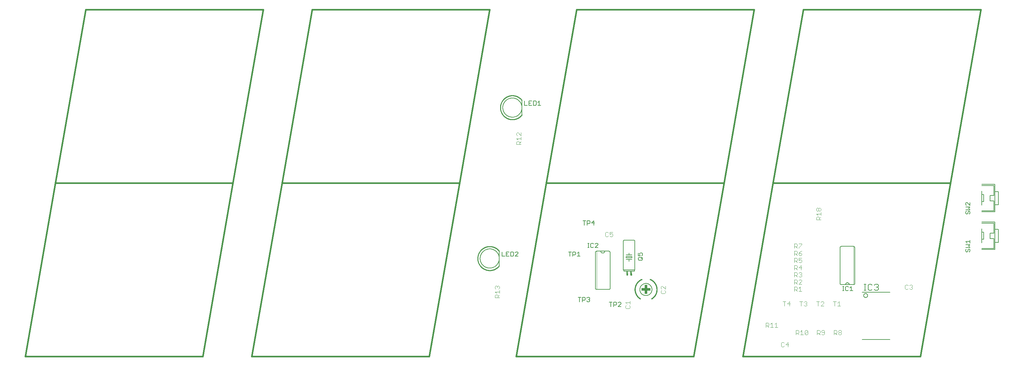
<source format=gtl>
G75*
%MOIN*%
%OFA0B0*%
%FSLAX25Y25*%
%IPPOS*%
%LPD*%
%AMOC8*
5,1,8,0,0,1.08239X$1,22.5*
%
%ADD10C,0.01600*%
%ADD11C,0.00400*%
%ADD12C,0.00100*%
%ADD13C,0.00600*%
%ADD14R,0.02756X0.09449*%
%ADD15R,0.09449X0.02756*%
%ADD16C,0.00200*%
%ADD17C,0.00500*%
%ADD18C,0.00700*%
%ADD19C,0.00800*%
%ADD20C,0.01000*%
%ADD21R,0.01600X0.02300*%
D10*
X0042123Y0107358D02*
X0227162Y0107358D01*
X0258658Y0288461D01*
X0073619Y0288461D01*
X0105115Y0469563D01*
X0290154Y0469563D01*
X0258658Y0288461D01*
X0309839Y0288461D02*
X0494879Y0288461D01*
X0463383Y0107358D01*
X0278343Y0107358D01*
X0309839Y0288461D01*
X0341335Y0469563D01*
X0526375Y0469563D01*
X0494879Y0288461D01*
X0585430Y0288461D02*
X0770469Y0288461D01*
X0738973Y0107358D01*
X0553934Y0107358D01*
X0585430Y0288461D01*
X0616926Y0469563D01*
X0801965Y0469563D01*
X0770469Y0288461D01*
X0821650Y0288461D02*
X1006690Y0288461D01*
X0975194Y0107358D01*
X0790154Y0107358D01*
X0821650Y0288461D01*
X0853146Y0469563D01*
X1038186Y0469563D01*
X1006690Y0288461D01*
X0673709Y0194358D02*
X0673709Y0192858D01*
X0673909Y0192658D01*
X0669709Y0192858D02*
X0669509Y0192658D01*
X0669709Y0192858D02*
X0669709Y0193858D01*
X0073619Y0288461D02*
X0042123Y0107358D01*
D11*
X0531905Y0168746D02*
X0531905Y0171048D01*
X0532673Y0171816D01*
X0534207Y0171816D01*
X0534975Y0171048D01*
X0534975Y0168746D01*
X0536509Y0168746D02*
X0531905Y0168746D01*
X0534975Y0170281D02*
X0536509Y0171816D01*
X0536509Y0173350D02*
X0536509Y0176420D01*
X0536509Y0174885D02*
X0531905Y0174885D01*
X0533440Y0173350D01*
X0532673Y0177954D02*
X0531905Y0178722D01*
X0531905Y0180256D01*
X0532673Y0181024D01*
X0533440Y0181024D01*
X0534207Y0180256D01*
X0534975Y0181024D01*
X0535742Y0181024D01*
X0536509Y0180256D01*
X0536509Y0178722D01*
X0535742Y0177954D01*
X0534207Y0179489D02*
X0534207Y0180256D01*
X0646909Y0233326D02*
X0647677Y0232558D01*
X0649211Y0232558D01*
X0649979Y0233326D01*
X0651513Y0233326D02*
X0652281Y0232558D01*
X0653815Y0232558D01*
X0654583Y0233326D01*
X0654583Y0234860D01*
X0653815Y0235628D01*
X0653048Y0235628D01*
X0651513Y0234860D01*
X0651513Y0237162D01*
X0654583Y0237162D01*
X0649979Y0236395D02*
X0649211Y0237162D01*
X0647677Y0237162D01*
X0646909Y0236395D01*
X0646909Y0233326D01*
X0704878Y0180133D02*
X0704878Y0178599D01*
X0705645Y0177831D01*
X0705645Y0176297D02*
X0704878Y0175530D01*
X0704878Y0173995D01*
X0705645Y0173228D01*
X0708714Y0173228D01*
X0709482Y0173995D01*
X0709482Y0175530D01*
X0708714Y0176297D01*
X0709482Y0177831D02*
X0706412Y0180901D01*
X0705645Y0180901D01*
X0704878Y0180133D01*
X0709482Y0180901D02*
X0709482Y0177831D01*
X0672572Y0165276D02*
X0672572Y0162206D01*
X0672572Y0163741D02*
X0667968Y0163741D01*
X0669503Y0162206D01*
X0668736Y0160672D02*
X0667968Y0159904D01*
X0667968Y0158370D01*
X0668736Y0157602D01*
X0671805Y0157602D01*
X0672572Y0158370D01*
X0672572Y0159904D01*
X0671805Y0160672D01*
X0814318Y0142536D02*
X0816620Y0142536D01*
X0817387Y0141769D01*
X0817387Y0140234D01*
X0816620Y0139467D01*
X0814318Y0139467D01*
X0815853Y0139467D02*
X0817387Y0137932D01*
X0818922Y0137932D02*
X0821991Y0137932D01*
X0820457Y0137932D02*
X0820457Y0142536D01*
X0818922Y0141002D01*
X0823526Y0141002D02*
X0825060Y0142536D01*
X0825060Y0137932D01*
X0823526Y0137932D02*
X0826595Y0137932D01*
X0814318Y0137932D02*
X0814318Y0142536D01*
X0845598Y0134662D02*
X0845598Y0130058D01*
X0845598Y0131593D02*
X0847899Y0131593D01*
X0848667Y0132360D01*
X0848667Y0133895D01*
X0847899Y0134662D01*
X0845598Y0134662D01*
X0847132Y0131593D02*
X0848667Y0130058D01*
X0850201Y0130058D02*
X0853271Y0130058D01*
X0851736Y0130058D02*
X0851736Y0134662D01*
X0850201Y0133128D01*
X0854805Y0133895D02*
X0855573Y0134662D01*
X0857107Y0134662D01*
X0857875Y0133895D01*
X0854805Y0130826D01*
X0855573Y0130058D01*
X0857107Y0130058D01*
X0857875Y0130826D01*
X0857875Y0133895D01*
X0854805Y0133895D02*
X0854805Y0130826D01*
X0867701Y0131593D02*
X0870003Y0131593D01*
X0870771Y0132360D01*
X0870771Y0133895D01*
X0870003Y0134662D01*
X0867701Y0134662D01*
X0867701Y0130058D01*
X0869236Y0131593D02*
X0870771Y0130058D01*
X0872305Y0130826D02*
X0873073Y0130058D01*
X0874607Y0130058D01*
X0875375Y0130826D01*
X0875375Y0133895D01*
X0874607Y0134662D01*
X0873073Y0134662D01*
X0872305Y0133895D01*
X0872305Y0133128D01*
X0873073Y0132360D01*
X0875375Y0132360D01*
X0885201Y0131593D02*
X0887503Y0131593D01*
X0888271Y0132360D01*
X0888271Y0133895D01*
X0887503Y0134662D01*
X0885201Y0134662D01*
X0885201Y0130058D01*
X0886736Y0131593D02*
X0888271Y0130058D01*
X0889805Y0130826D02*
X0889805Y0131593D01*
X0890573Y0132360D01*
X0892107Y0132360D01*
X0892875Y0131593D01*
X0892875Y0130826D01*
X0892107Y0130058D01*
X0890573Y0130058D01*
X0889805Y0130826D01*
X0890573Y0132360D02*
X0889805Y0133128D01*
X0889805Y0133895D01*
X0890573Y0134662D01*
X0892107Y0134662D01*
X0892875Y0133895D01*
X0892875Y0133128D01*
X0892107Y0132360D01*
X0837875Y0119860D02*
X0834805Y0119860D01*
X0837107Y0122162D01*
X0837107Y0117558D01*
X0833271Y0118326D02*
X0832503Y0117558D01*
X0830969Y0117558D01*
X0830201Y0118326D01*
X0830201Y0121395D01*
X0830969Y0122162D01*
X0832503Y0122162D01*
X0833271Y0121395D01*
X0833444Y0160058D02*
X0833444Y0164662D01*
X0831909Y0164662D02*
X0834979Y0164662D01*
X0836513Y0162360D02*
X0838815Y0164662D01*
X0838815Y0160058D01*
X0839583Y0162360D02*
X0836513Y0162360D01*
X0849409Y0164662D02*
X0852479Y0164662D01*
X0850944Y0164662D02*
X0850944Y0160058D01*
X0854013Y0160826D02*
X0854781Y0160058D01*
X0856315Y0160058D01*
X0857083Y0160826D01*
X0857083Y0161593D01*
X0856315Y0162360D01*
X0855548Y0162360D01*
X0856315Y0162360D02*
X0857083Y0163128D01*
X0857083Y0163895D01*
X0856315Y0164662D01*
X0854781Y0164662D01*
X0854013Y0163895D01*
X0866909Y0164662D02*
X0869979Y0164662D01*
X0868444Y0164662D02*
X0868444Y0160058D01*
X0871513Y0160058D02*
X0874583Y0163128D01*
X0874583Y0163895D01*
X0873815Y0164662D01*
X0872281Y0164662D01*
X0871513Y0163895D01*
X0871513Y0160058D02*
X0874583Y0160058D01*
X0884409Y0164662D02*
X0887479Y0164662D01*
X0885944Y0164662D02*
X0885944Y0160058D01*
X0889013Y0160058D02*
X0892083Y0160058D01*
X0890548Y0160058D02*
X0890548Y0164662D01*
X0889013Y0163128D01*
X0851595Y0175432D02*
X0848526Y0175432D01*
X0850060Y0175432D02*
X0850060Y0180036D01*
X0848526Y0178502D01*
X0846991Y0179269D02*
X0846991Y0177734D01*
X0846224Y0176967D01*
X0843922Y0176967D01*
X0845457Y0176967D02*
X0846991Y0175432D01*
X0843922Y0175432D02*
X0843922Y0180036D01*
X0846224Y0180036D01*
X0846991Y0179269D01*
X0846991Y0182932D02*
X0845457Y0184467D01*
X0846224Y0184467D02*
X0843922Y0184467D01*
X0843922Y0182932D02*
X0843922Y0187536D01*
X0846224Y0187536D01*
X0846991Y0186769D01*
X0846991Y0185234D01*
X0846224Y0184467D01*
X0848526Y0182932D02*
X0851595Y0186002D01*
X0851595Y0186769D01*
X0850828Y0187536D01*
X0849293Y0187536D01*
X0848526Y0186769D01*
X0849293Y0190432D02*
X0848526Y0191200D01*
X0849293Y0190432D02*
X0850828Y0190432D01*
X0851595Y0191200D01*
X0851595Y0191967D01*
X0850828Y0192734D01*
X0850060Y0192734D01*
X0850828Y0192734D02*
X0851595Y0193502D01*
X0851595Y0194269D01*
X0850828Y0195036D01*
X0849293Y0195036D01*
X0848526Y0194269D01*
X0846991Y0194269D02*
X0846991Y0192734D01*
X0846224Y0191967D01*
X0843922Y0191967D01*
X0845457Y0191967D02*
X0846991Y0190432D01*
X0843922Y0190432D02*
X0843922Y0195036D01*
X0846224Y0195036D01*
X0846991Y0194269D01*
X0846991Y0197932D02*
X0845457Y0199467D01*
X0846224Y0199467D02*
X0843922Y0199467D01*
X0843922Y0197932D02*
X0843922Y0202536D01*
X0846224Y0202536D01*
X0846991Y0201769D01*
X0846991Y0200234D01*
X0846224Y0199467D01*
X0848526Y0200234D02*
X0851595Y0200234D01*
X0850828Y0197932D02*
X0850828Y0202536D01*
X0848526Y0200234D01*
X0849293Y0205432D02*
X0848526Y0206200D01*
X0849293Y0205432D02*
X0850828Y0205432D01*
X0851595Y0206200D01*
X0851595Y0207734D01*
X0850828Y0208502D01*
X0850060Y0208502D01*
X0848526Y0207734D01*
X0848526Y0210036D01*
X0851595Y0210036D01*
X0850828Y0212932D02*
X0851595Y0213700D01*
X0851595Y0214467D01*
X0850828Y0215234D01*
X0848526Y0215234D01*
X0848526Y0213700D01*
X0849293Y0212932D01*
X0850828Y0212932D01*
X0848526Y0215234D02*
X0850060Y0216769D01*
X0851595Y0217536D01*
X0848526Y0220432D02*
X0848526Y0221200D01*
X0851595Y0224269D01*
X0851595Y0225036D01*
X0848526Y0225036D01*
X0846991Y0224269D02*
X0846224Y0225036D01*
X0843922Y0225036D01*
X0843922Y0220432D01*
X0843922Y0221967D02*
X0846224Y0221967D01*
X0846991Y0222734D01*
X0846991Y0224269D01*
X0845457Y0221967D02*
X0846991Y0220432D01*
X0846224Y0217536D02*
X0843922Y0217536D01*
X0843922Y0212932D01*
X0843922Y0214467D02*
X0846224Y0214467D01*
X0846991Y0215234D01*
X0846991Y0216769D01*
X0846224Y0217536D01*
X0845457Y0214467D02*
X0846991Y0212932D01*
X0846224Y0210036D02*
X0846991Y0209269D01*
X0846991Y0207734D01*
X0846224Y0206967D01*
X0843922Y0206967D01*
X0845457Y0206967D02*
X0846991Y0205432D01*
X0843922Y0205432D02*
X0843922Y0210036D01*
X0846224Y0210036D01*
X0848526Y0182932D02*
X0851595Y0182932D01*
X0959409Y0181395D02*
X0959409Y0178326D01*
X0960177Y0177558D01*
X0961711Y0177558D01*
X0962479Y0178326D01*
X0964013Y0178326D02*
X0964781Y0177558D01*
X0966315Y0177558D01*
X0967083Y0178326D01*
X0967083Y0179093D01*
X0966315Y0179860D01*
X0965548Y0179860D01*
X0966315Y0179860D02*
X0967083Y0180628D01*
X0967083Y0181395D01*
X0966315Y0182162D01*
X0964781Y0182162D01*
X0964013Y0181395D01*
X0962479Y0181395D02*
X0961711Y0182162D01*
X0960177Y0182162D01*
X0959409Y0181395D01*
X0871509Y0250058D02*
X0866905Y0250058D01*
X0866905Y0252360D01*
X0867673Y0253128D01*
X0869207Y0253128D01*
X0869975Y0252360D01*
X0869975Y0250058D01*
X0869975Y0251593D02*
X0871509Y0253128D01*
X0871509Y0254662D02*
X0871509Y0257731D01*
X0871509Y0256197D02*
X0866905Y0256197D01*
X0868440Y0254662D01*
X0868440Y0259266D02*
X0867673Y0259266D01*
X0866905Y0260033D01*
X0866905Y0261568D01*
X0867673Y0262335D01*
X0868440Y0262335D01*
X0869207Y0261568D01*
X0869207Y0260033D01*
X0868440Y0259266D01*
X0869207Y0260033D02*
X0869975Y0259266D01*
X0870742Y0259266D01*
X0871509Y0260033D01*
X0871509Y0261568D01*
X0870742Y0262335D01*
X0869975Y0262335D01*
X0869207Y0261568D01*
X0559009Y0328746D02*
X0554405Y0328746D01*
X0554405Y0331048D01*
X0555173Y0331816D01*
X0556707Y0331816D01*
X0557475Y0331048D01*
X0557475Y0328746D01*
X0557475Y0330281D02*
X0559009Y0331816D01*
X0559009Y0333350D02*
X0559009Y0336420D01*
X0559009Y0337954D02*
X0555940Y0341024D01*
X0555173Y0341024D01*
X0554405Y0340256D01*
X0554405Y0338722D01*
X0555173Y0337954D01*
X0554405Y0334885D02*
X0559009Y0334885D01*
X0559009Y0337954D02*
X0559009Y0341024D01*
X0554405Y0334885D02*
X0555940Y0333350D01*
D12*
X0684866Y0188388D02*
X0685193Y0187549D01*
X0685192Y0187550D02*
X0684946Y0187449D01*
X0684702Y0187343D01*
X0684461Y0187230D01*
X0684223Y0187112D01*
X0683988Y0186988D01*
X0683756Y0186858D01*
X0683527Y0186723D01*
X0683301Y0186582D01*
X0683079Y0186436D01*
X0682861Y0186284D01*
X0682646Y0186127D01*
X0682435Y0185965D01*
X0682228Y0185798D01*
X0682026Y0185626D01*
X0681827Y0185449D01*
X0681633Y0185267D01*
X0681444Y0185080D01*
X0681259Y0184889D01*
X0681078Y0184694D01*
X0680903Y0184494D01*
X0680732Y0184290D01*
X0680566Y0184082D01*
X0680406Y0183870D01*
X0680251Y0183654D01*
X0680101Y0183435D01*
X0679956Y0183212D01*
X0679817Y0182985D01*
X0679683Y0182755D01*
X0679555Y0182522D01*
X0679433Y0182286D01*
X0679316Y0182047D01*
X0679206Y0181805D01*
X0679101Y0181560D01*
X0679002Y0181314D01*
X0678910Y0181064D01*
X0678823Y0180813D01*
X0678742Y0180560D01*
X0678668Y0180304D01*
X0678600Y0180047D01*
X0678538Y0179788D01*
X0678482Y0179528D01*
X0678433Y0179267D01*
X0678390Y0179005D01*
X0678354Y0178741D01*
X0678324Y0178477D01*
X0678300Y0178212D01*
X0678283Y0177947D01*
X0678272Y0177681D01*
X0678268Y0177415D01*
X0678270Y0177149D01*
X0678279Y0176883D01*
X0678294Y0176618D01*
X0678316Y0176353D01*
X0678344Y0176088D01*
X0678378Y0175825D01*
X0678419Y0175562D01*
X0678466Y0175300D01*
X0678520Y0175040D01*
X0678580Y0174781D01*
X0678646Y0174523D01*
X0678718Y0174267D01*
X0678797Y0174013D01*
X0678881Y0173761D01*
X0678972Y0173511D01*
X0679069Y0173264D01*
X0679172Y0173018D01*
X0679281Y0172776D01*
X0679395Y0172536D01*
X0679516Y0172299D01*
X0679642Y0172065D01*
X0679774Y0171834D01*
X0679911Y0171606D01*
X0680054Y0171382D01*
X0680203Y0171161D01*
X0680356Y0170944D01*
X0680515Y0170731D01*
X0680679Y0170521D01*
X0680848Y0170316D01*
X0681022Y0170115D01*
X0681201Y0169918D01*
X0681384Y0169726D01*
X0681573Y0169538D01*
X0681765Y0169354D01*
X0681962Y0169176D01*
X0682164Y0169002D01*
X0682369Y0168833D01*
X0682579Y0168670D01*
X0682792Y0168511D01*
X0683010Y0168358D01*
X0683230Y0168210D01*
X0683455Y0168067D01*
X0683683Y0167930D01*
X0683232Y0167152D01*
X0683232Y0167151D01*
X0682985Y0167300D01*
X0682742Y0167454D01*
X0682503Y0167614D01*
X0682267Y0167780D01*
X0682036Y0167952D01*
X0681809Y0168129D01*
X0681587Y0168311D01*
X0681369Y0168499D01*
X0681155Y0168693D01*
X0680947Y0168891D01*
X0680743Y0169094D01*
X0680544Y0169303D01*
X0680351Y0169516D01*
X0680162Y0169733D01*
X0679979Y0169956D01*
X0679802Y0170182D01*
X0679629Y0170413D01*
X0679463Y0170648D01*
X0679302Y0170887D01*
X0679148Y0171130D01*
X0678999Y0171376D01*
X0678856Y0171626D01*
X0678719Y0171879D01*
X0678589Y0172136D01*
X0678465Y0172396D01*
X0678347Y0172658D01*
X0678236Y0172924D01*
X0678131Y0173192D01*
X0678032Y0173463D01*
X0677941Y0173735D01*
X0677855Y0174010D01*
X0677777Y0174288D01*
X0677705Y0174566D01*
X0677641Y0174847D01*
X0677583Y0175129D01*
X0677531Y0175412D01*
X0677487Y0175697D01*
X0677450Y0175982D01*
X0677420Y0176268D01*
X0677396Y0176555D01*
X0677380Y0176843D01*
X0677370Y0177130D01*
X0677368Y0177418D01*
X0677373Y0177706D01*
X0677384Y0177994D01*
X0677403Y0178281D01*
X0677428Y0178568D01*
X0677461Y0178854D01*
X0677500Y0179139D01*
X0677547Y0179423D01*
X0677600Y0179706D01*
X0677660Y0179988D01*
X0677727Y0180268D01*
X0677801Y0180546D01*
X0677882Y0180822D01*
X0677969Y0181097D01*
X0678063Y0181369D01*
X0678163Y0181639D01*
X0678270Y0181906D01*
X0678383Y0182171D01*
X0678503Y0182432D01*
X0678629Y0182691D01*
X0678762Y0182947D01*
X0678900Y0183199D01*
X0679045Y0183448D01*
X0679196Y0183693D01*
X0679352Y0183935D01*
X0679515Y0184173D01*
X0679683Y0184406D01*
X0679857Y0184636D01*
X0680036Y0184861D01*
X0680221Y0185082D01*
X0680411Y0185298D01*
X0680606Y0185510D01*
X0680807Y0185716D01*
X0681012Y0185918D01*
X0681222Y0186115D01*
X0681437Y0186306D01*
X0681656Y0186493D01*
X0681880Y0186674D01*
X0682109Y0186849D01*
X0682341Y0187019D01*
X0682578Y0187183D01*
X0682818Y0187341D01*
X0683062Y0187494D01*
X0683310Y0187640D01*
X0683562Y0187781D01*
X0683816Y0187915D01*
X0684074Y0188043D01*
X0684335Y0188164D01*
X0684599Y0188280D01*
X0684865Y0188389D01*
X0684900Y0188301D01*
X0684635Y0188193D01*
X0684373Y0188079D01*
X0684115Y0187958D01*
X0683859Y0187831D01*
X0683606Y0187698D01*
X0683357Y0187558D01*
X0683111Y0187413D01*
X0682869Y0187262D01*
X0682630Y0187105D01*
X0682395Y0186942D01*
X0682165Y0186774D01*
X0681938Y0186600D01*
X0681716Y0186420D01*
X0681499Y0186235D01*
X0681285Y0186045D01*
X0681077Y0185850D01*
X0680873Y0185650D01*
X0680674Y0185445D01*
X0680481Y0185235D01*
X0680292Y0185020D01*
X0680109Y0184801D01*
X0679931Y0184578D01*
X0679759Y0184350D01*
X0679592Y0184118D01*
X0679431Y0183883D01*
X0679275Y0183643D01*
X0679126Y0183400D01*
X0678982Y0183153D01*
X0678845Y0182902D01*
X0678713Y0182649D01*
X0678588Y0182392D01*
X0678469Y0182132D01*
X0678357Y0181870D01*
X0678251Y0181605D01*
X0678151Y0181337D01*
X0678058Y0181067D01*
X0677971Y0180795D01*
X0677892Y0180521D01*
X0677818Y0180245D01*
X0677752Y0179967D01*
X0677692Y0179688D01*
X0677639Y0179407D01*
X0677593Y0179125D01*
X0677554Y0178842D01*
X0677522Y0178558D01*
X0677497Y0178274D01*
X0677478Y0177989D01*
X0677467Y0177704D01*
X0677462Y0177418D01*
X0677464Y0177132D01*
X0677474Y0176847D01*
X0677490Y0176562D01*
X0677513Y0176277D01*
X0677543Y0175993D01*
X0677580Y0175710D01*
X0677624Y0175428D01*
X0677675Y0175147D01*
X0677732Y0174867D01*
X0677797Y0174589D01*
X0677868Y0174312D01*
X0677946Y0174037D01*
X0678030Y0173764D01*
X0678121Y0173494D01*
X0678219Y0173225D01*
X0678323Y0172959D01*
X0678433Y0172696D01*
X0678550Y0172435D01*
X0678673Y0172178D01*
X0678803Y0171923D01*
X0678938Y0171672D01*
X0679080Y0171424D01*
X0679227Y0171179D01*
X0679381Y0170939D01*
X0679540Y0170702D01*
X0679705Y0170468D01*
X0679876Y0170239D01*
X0680052Y0170015D01*
X0680234Y0169794D01*
X0680421Y0169578D01*
X0680613Y0169367D01*
X0680810Y0169160D01*
X0681012Y0168959D01*
X0681219Y0168762D01*
X0681431Y0168570D01*
X0681647Y0168384D01*
X0681868Y0168202D01*
X0682093Y0168027D01*
X0682322Y0167856D01*
X0682556Y0167692D01*
X0682793Y0167533D01*
X0683034Y0167380D01*
X0683279Y0167233D01*
X0683326Y0167314D01*
X0683083Y0167460D01*
X0682844Y0167612D01*
X0682609Y0167769D01*
X0682377Y0167933D01*
X0682150Y0168102D01*
X0681926Y0168276D01*
X0681707Y0168456D01*
X0681493Y0168641D01*
X0681283Y0168831D01*
X0681077Y0169026D01*
X0680877Y0169226D01*
X0680681Y0169431D01*
X0680491Y0169641D01*
X0680305Y0169855D01*
X0680125Y0170074D01*
X0679951Y0170297D01*
X0679781Y0170524D01*
X0679618Y0170755D01*
X0679460Y0170990D01*
X0679307Y0171229D01*
X0679161Y0171472D01*
X0679020Y0171718D01*
X0678886Y0171967D01*
X0678757Y0172220D01*
X0678635Y0172475D01*
X0678519Y0172734D01*
X0678410Y0172995D01*
X0678306Y0173259D01*
X0678210Y0173525D01*
X0678119Y0173793D01*
X0678036Y0174064D01*
X0677959Y0174337D01*
X0677888Y0174611D01*
X0677824Y0174887D01*
X0677767Y0175165D01*
X0677717Y0175443D01*
X0677673Y0175723D01*
X0677637Y0176004D01*
X0677607Y0176286D01*
X0677584Y0176568D01*
X0677568Y0176851D01*
X0677558Y0177134D01*
X0677556Y0177418D01*
X0677561Y0177701D01*
X0677572Y0177984D01*
X0677590Y0178267D01*
X0677615Y0178549D01*
X0677647Y0178830D01*
X0677686Y0179111D01*
X0677732Y0179391D01*
X0677784Y0179669D01*
X0677844Y0179946D01*
X0677910Y0180222D01*
X0677982Y0180495D01*
X0678061Y0180767D01*
X0678147Y0181037D01*
X0678240Y0181305D01*
X0678338Y0181571D01*
X0678444Y0181834D01*
X0678555Y0182094D01*
X0678673Y0182352D01*
X0678797Y0182606D01*
X0678928Y0182858D01*
X0679064Y0183106D01*
X0679206Y0183351D01*
X0679355Y0183593D01*
X0679509Y0183830D01*
X0679669Y0184064D01*
X0679834Y0184294D01*
X0680005Y0184520D01*
X0680182Y0184742D01*
X0680363Y0184959D01*
X0680550Y0185172D01*
X0680743Y0185380D01*
X0680940Y0185583D01*
X0681142Y0185782D01*
X0681349Y0185976D01*
X0681560Y0186164D01*
X0681776Y0186348D01*
X0681996Y0186526D01*
X0682221Y0186698D01*
X0682450Y0186865D01*
X0682682Y0187027D01*
X0682919Y0187183D01*
X0683159Y0187333D01*
X0683403Y0187477D01*
X0683651Y0187615D01*
X0683901Y0187747D01*
X0684155Y0187873D01*
X0684412Y0187993D01*
X0684671Y0188106D01*
X0684934Y0188213D01*
X0684968Y0188126D01*
X0684708Y0188019D01*
X0684450Y0187907D01*
X0684195Y0187788D01*
X0683944Y0187663D01*
X0683695Y0187532D01*
X0683450Y0187395D01*
X0683208Y0187252D01*
X0682970Y0187103D01*
X0682735Y0186949D01*
X0682504Y0186789D01*
X0682277Y0186623D01*
X0682054Y0186452D01*
X0681836Y0186275D01*
X0681621Y0186093D01*
X0681412Y0185906D01*
X0681207Y0185714D01*
X0681006Y0185517D01*
X0680811Y0185315D01*
X0680620Y0185109D01*
X0680435Y0184898D01*
X0680254Y0184682D01*
X0680079Y0184462D01*
X0679910Y0184238D01*
X0679745Y0184010D01*
X0679587Y0183778D01*
X0679434Y0183542D01*
X0679287Y0183303D01*
X0679146Y0183060D01*
X0679010Y0182814D01*
X0678881Y0182564D01*
X0678758Y0182312D01*
X0678641Y0182056D01*
X0678530Y0181798D01*
X0678426Y0181537D01*
X0678328Y0181273D01*
X0678236Y0181008D01*
X0678151Y0180740D01*
X0678073Y0180470D01*
X0678001Y0180199D01*
X0677935Y0179925D01*
X0677877Y0179650D01*
X0677825Y0179374D01*
X0677779Y0179097D01*
X0677741Y0178819D01*
X0677709Y0178539D01*
X0677684Y0178260D01*
X0677666Y0177979D01*
X0677655Y0177698D01*
X0677650Y0177417D01*
X0677652Y0177136D01*
X0677662Y0176856D01*
X0677678Y0176575D01*
X0677700Y0176295D01*
X0677730Y0176015D01*
X0677766Y0175737D01*
X0677810Y0175459D01*
X0677859Y0175183D01*
X0677916Y0174907D01*
X0677979Y0174634D01*
X0678049Y0174361D01*
X0678126Y0174091D01*
X0678209Y0173822D01*
X0678298Y0173556D01*
X0678394Y0173292D01*
X0678497Y0173030D01*
X0678605Y0172771D01*
X0678720Y0172515D01*
X0678842Y0172261D01*
X0678969Y0172011D01*
X0679102Y0171763D01*
X0679242Y0171519D01*
X0679387Y0171279D01*
X0679538Y0171042D01*
X0679695Y0170809D01*
X0679857Y0170579D01*
X0680025Y0170354D01*
X0680198Y0170133D01*
X0680377Y0169916D01*
X0680561Y0169703D01*
X0680750Y0169495D01*
X0680944Y0169292D01*
X0681143Y0169094D01*
X0681346Y0168900D01*
X0681555Y0168711D01*
X0681768Y0168528D01*
X0681985Y0168350D01*
X0682206Y0168177D01*
X0682432Y0168009D01*
X0682662Y0167847D01*
X0682895Y0167691D01*
X0683132Y0167540D01*
X0683373Y0167395D01*
X0683420Y0167477D01*
X0683181Y0167620D01*
X0682946Y0167770D01*
X0682714Y0167925D01*
X0682487Y0168086D01*
X0682263Y0168252D01*
X0682043Y0168423D01*
X0681828Y0168600D01*
X0681617Y0168782D01*
X0681410Y0168969D01*
X0681208Y0169161D01*
X0681011Y0169358D01*
X0680819Y0169560D01*
X0680631Y0169766D01*
X0680449Y0169977D01*
X0680272Y0170192D01*
X0680100Y0170411D01*
X0679933Y0170635D01*
X0679772Y0170862D01*
X0679617Y0171094D01*
X0679467Y0171329D01*
X0679323Y0171567D01*
X0679184Y0171809D01*
X0679052Y0172055D01*
X0678926Y0172303D01*
X0678806Y0172555D01*
X0678692Y0172809D01*
X0678584Y0173066D01*
X0678482Y0173325D01*
X0678387Y0173587D01*
X0678298Y0173852D01*
X0678216Y0174118D01*
X0678140Y0174386D01*
X0678071Y0174656D01*
X0678008Y0174927D01*
X0677952Y0175200D01*
X0677902Y0175475D01*
X0677859Y0175750D01*
X0677823Y0176027D01*
X0677794Y0176304D01*
X0677771Y0176581D01*
X0677755Y0176860D01*
X0677746Y0177138D01*
X0677744Y0177417D01*
X0677749Y0177696D01*
X0677760Y0177974D01*
X0677778Y0178252D01*
X0677803Y0178530D01*
X0677834Y0178807D01*
X0677872Y0179083D01*
X0677917Y0179358D01*
X0677969Y0179632D01*
X0678027Y0179904D01*
X0678092Y0180176D01*
X0678163Y0180445D01*
X0678241Y0180713D01*
X0678326Y0180978D01*
X0678416Y0181242D01*
X0678514Y0181503D01*
X0678617Y0181762D01*
X0678727Y0182018D01*
X0678843Y0182271D01*
X0678965Y0182522D01*
X0679093Y0182769D01*
X0679228Y0183014D01*
X0679368Y0183255D01*
X0679513Y0183492D01*
X0679665Y0183726D01*
X0679822Y0183956D01*
X0679985Y0184182D01*
X0680153Y0184404D01*
X0680327Y0184622D01*
X0680506Y0184836D01*
X0680690Y0185046D01*
X0680879Y0185250D01*
X0681073Y0185451D01*
X0681272Y0185646D01*
X0681475Y0185836D01*
X0681683Y0186022D01*
X0681895Y0186202D01*
X0682112Y0186378D01*
X0682333Y0186547D01*
X0682558Y0186712D01*
X0682787Y0186871D01*
X0683020Y0187024D01*
X0683256Y0187172D01*
X0683496Y0187313D01*
X0683740Y0187449D01*
X0683986Y0187579D01*
X0684236Y0187703D01*
X0684488Y0187821D01*
X0684744Y0187933D01*
X0685002Y0188038D01*
X0685036Y0187951D01*
X0684780Y0187846D01*
X0684527Y0187735D01*
X0684276Y0187618D01*
X0684029Y0187495D01*
X0683784Y0187367D01*
X0683543Y0187232D01*
X0683305Y0187091D01*
X0683070Y0186945D01*
X0682840Y0186793D01*
X0682613Y0186635D01*
X0682389Y0186472D01*
X0682170Y0186304D01*
X0681955Y0186130D01*
X0681744Y0185951D01*
X0681538Y0185767D01*
X0681336Y0185578D01*
X0681139Y0185384D01*
X0680947Y0185186D01*
X0680759Y0184983D01*
X0680577Y0184775D01*
X0680400Y0184563D01*
X0680227Y0184347D01*
X0680061Y0184126D01*
X0679899Y0183902D01*
X0679743Y0183674D01*
X0679593Y0183442D01*
X0679448Y0183206D01*
X0679309Y0182967D01*
X0679176Y0182725D01*
X0679049Y0182479D01*
X0678928Y0182231D01*
X0678813Y0181980D01*
X0678704Y0181726D01*
X0678601Y0181469D01*
X0678505Y0181210D01*
X0678415Y0180949D01*
X0678331Y0180685D01*
X0678254Y0180420D01*
X0678183Y0180153D01*
X0678119Y0179884D01*
X0678061Y0179613D01*
X0678010Y0179342D01*
X0677965Y0179069D01*
X0677927Y0178795D01*
X0677896Y0178520D01*
X0677871Y0178245D01*
X0677854Y0177969D01*
X0677843Y0177693D01*
X0677838Y0177417D01*
X0677840Y0177140D01*
X0677849Y0176864D01*
X0677865Y0176588D01*
X0677888Y0176313D01*
X0677917Y0176038D01*
X0677952Y0175764D01*
X0677995Y0175490D01*
X0678044Y0175218D01*
X0678100Y0174948D01*
X0678162Y0174678D01*
X0678231Y0174411D01*
X0678306Y0174145D01*
X0678388Y0173881D01*
X0678476Y0173619D01*
X0678570Y0173359D01*
X0678671Y0173101D01*
X0678778Y0172846D01*
X0678891Y0172594D01*
X0679010Y0172345D01*
X0679135Y0172098D01*
X0679267Y0171855D01*
X0679404Y0171615D01*
X0679546Y0171378D01*
X0679695Y0171145D01*
X0679849Y0170916D01*
X0680009Y0170690D01*
X0680174Y0170469D01*
X0680345Y0170251D01*
X0680520Y0170038D01*
X0680701Y0169829D01*
X0680887Y0169624D01*
X0681078Y0169424D01*
X0681274Y0169229D01*
X0681474Y0169038D01*
X0681679Y0168853D01*
X0681888Y0168672D01*
X0682102Y0168497D01*
X0682320Y0168327D01*
X0682542Y0168162D01*
X0682767Y0168003D01*
X0682997Y0167849D01*
X0683230Y0167701D01*
X0683467Y0167558D01*
X0683514Y0167639D01*
X0683280Y0167781D01*
X0683048Y0167928D01*
X0682820Y0168080D01*
X0682596Y0168238D01*
X0682376Y0168402D01*
X0682160Y0168570D01*
X0681948Y0168744D01*
X0681741Y0168923D01*
X0681538Y0169107D01*
X0681339Y0169296D01*
X0681145Y0169490D01*
X0680956Y0169688D01*
X0680771Y0169891D01*
X0680592Y0170099D01*
X0680418Y0170310D01*
X0680249Y0170526D01*
X0680085Y0170746D01*
X0679926Y0170969D01*
X0679774Y0171197D01*
X0679626Y0171428D01*
X0679485Y0171663D01*
X0679349Y0171901D01*
X0679219Y0172142D01*
X0679094Y0172387D01*
X0678976Y0172634D01*
X0678864Y0172884D01*
X0678758Y0173137D01*
X0678658Y0173392D01*
X0678564Y0173650D01*
X0678477Y0173910D01*
X0678396Y0174171D01*
X0678321Y0174435D01*
X0678253Y0174701D01*
X0678191Y0174968D01*
X0678136Y0175236D01*
X0678088Y0175506D01*
X0678046Y0175777D01*
X0678010Y0176049D01*
X0677981Y0176321D01*
X0677959Y0176595D01*
X0677943Y0176868D01*
X0677934Y0177142D01*
X0677932Y0177416D01*
X0677936Y0177690D01*
X0677948Y0177964D01*
X0677965Y0178238D01*
X0677990Y0178511D01*
X0678021Y0178783D01*
X0678058Y0179055D01*
X0678102Y0179325D01*
X0678153Y0179595D01*
X0678210Y0179863D01*
X0678274Y0180129D01*
X0678344Y0180394D01*
X0678421Y0180658D01*
X0678504Y0180919D01*
X0678593Y0181178D01*
X0678689Y0181435D01*
X0678791Y0181689D01*
X0678899Y0181941D01*
X0679013Y0182191D01*
X0679133Y0182437D01*
X0679259Y0182681D01*
X0679391Y0182921D01*
X0679529Y0183158D01*
X0679672Y0183391D01*
X0679821Y0183621D01*
X0679976Y0183848D01*
X0680136Y0184070D01*
X0680302Y0184289D01*
X0680472Y0184503D01*
X0680648Y0184714D01*
X0680829Y0184919D01*
X0681015Y0185121D01*
X0681206Y0185318D01*
X0681401Y0185510D01*
X0681601Y0185697D01*
X0681806Y0185880D01*
X0682015Y0186057D01*
X0682228Y0186230D01*
X0682445Y0186397D01*
X0682667Y0186558D01*
X0682892Y0186715D01*
X0683121Y0186865D01*
X0683353Y0187011D01*
X0683589Y0187150D01*
X0683829Y0187284D01*
X0684071Y0187412D01*
X0684317Y0187534D01*
X0684565Y0187649D01*
X0684816Y0187759D01*
X0685070Y0187863D01*
X0685104Y0187775D01*
X0684853Y0187673D01*
X0684604Y0187564D01*
X0684357Y0187449D01*
X0684114Y0187328D01*
X0683873Y0187201D01*
X0683636Y0187068D01*
X0683402Y0186930D01*
X0683171Y0186786D01*
X0682944Y0186637D01*
X0682721Y0186482D01*
X0682502Y0186321D01*
X0682286Y0186156D01*
X0682075Y0185985D01*
X0681867Y0185809D01*
X0681665Y0185628D01*
X0681466Y0185442D01*
X0681272Y0185251D01*
X0681083Y0185056D01*
X0680899Y0184856D01*
X0680719Y0184652D01*
X0680545Y0184444D01*
X0680376Y0184231D01*
X0680212Y0184014D01*
X0680053Y0183794D01*
X0679899Y0183569D01*
X0679752Y0183341D01*
X0679609Y0183109D01*
X0679473Y0182874D01*
X0679342Y0182636D01*
X0679217Y0182395D01*
X0679098Y0182150D01*
X0678985Y0181903D01*
X0678878Y0181653D01*
X0678777Y0181401D01*
X0678682Y0181146D01*
X0678593Y0180889D01*
X0678511Y0180630D01*
X0678435Y0180369D01*
X0678365Y0180106D01*
X0678302Y0179842D01*
X0678245Y0179576D01*
X0678195Y0179309D01*
X0678151Y0179041D01*
X0678114Y0178772D01*
X0678083Y0178501D01*
X0678059Y0178231D01*
X0678041Y0177959D01*
X0678030Y0177688D01*
X0678026Y0177416D01*
X0678028Y0177144D01*
X0678037Y0176873D01*
X0678053Y0176601D01*
X0678075Y0176330D01*
X0678103Y0176060D01*
X0678139Y0175790D01*
X0678180Y0175522D01*
X0678229Y0175254D01*
X0678283Y0174988D01*
X0678344Y0174723D01*
X0678412Y0174460D01*
X0678486Y0174198D01*
X0678566Y0173939D01*
X0678653Y0173681D01*
X0678746Y0173425D01*
X0678845Y0173172D01*
X0678950Y0172922D01*
X0679061Y0172674D01*
X0679179Y0172428D01*
X0679302Y0172186D01*
X0679431Y0171947D01*
X0679566Y0171711D01*
X0679706Y0171478D01*
X0679852Y0171249D01*
X0680004Y0171023D01*
X0680161Y0170801D01*
X0680323Y0170583D01*
X0680491Y0170369D01*
X0680664Y0170159D01*
X0680842Y0169954D01*
X0681024Y0169753D01*
X0681212Y0169556D01*
X0681404Y0169364D01*
X0681601Y0169177D01*
X0681803Y0168994D01*
X0682009Y0168816D01*
X0682219Y0168644D01*
X0682433Y0168477D01*
X0682651Y0168315D01*
X0682873Y0168158D01*
X0683099Y0168007D01*
X0683329Y0167861D01*
X0683562Y0167721D01*
X0683609Y0167802D01*
X0683378Y0167941D01*
X0683150Y0168086D01*
X0682926Y0168236D01*
X0682706Y0168391D01*
X0682490Y0168552D01*
X0682277Y0168718D01*
X0682069Y0168889D01*
X0681865Y0169065D01*
X0681665Y0169246D01*
X0681470Y0169431D01*
X0681279Y0169622D01*
X0681093Y0169817D01*
X0680912Y0170016D01*
X0680735Y0170220D01*
X0680564Y0170428D01*
X0680398Y0170640D01*
X0680237Y0170857D01*
X0680081Y0171077D01*
X0679931Y0171300D01*
X0679786Y0171528D01*
X0679646Y0171758D01*
X0679513Y0171992D01*
X0679385Y0172230D01*
X0679263Y0172470D01*
X0679147Y0172713D01*
X0679036Y0172959D01*
X0678932Y0173208D01*
X0678834Y0173459D01*
X0678742Y0173712D01*
X0678656Y0173968D01*
X0678576Y0174225D01*
X0678503Y0174484D01*
X0678436Y0174745D01*
X0678375Y0175008D01*
X0678321Y0175272D01*
X0678273Y0175537D01*
X0678232Y0175804D01*
X0678197Y0176071D01*
X0678168Y0176339D01*
X0678146Y0176608D01*
X0678131Y0176877D01*
X0678122Y0177146D01*
X0678120Y0177416D01*
X0678124Y0177685D01*
X0678135Y0177955D01*
X0678153Y0178223D01*
X0678177Y0178492D01*
X0678207Y0178760D01*
X0678244Y0179027D01*
X0678287Y0179293D01*
X0678337Y0179558D01*
X0678394Y0179821D01*
X0678456Y0180083D01*
X0678525Y0180344D01*
X0678601Y0180603D01*
X0678682Y0180860D01*
X0678770Y0181114D01*
X0678864Y0181367D01*
X0678964Y0181617D01*
X0679071Y0181865D01*
X0679183Y0182110D01*
X0679301Y0182352D01*
X0679425Y0182592D01*
X0679555Y0182828D01*
X0679690Y0183061D01*
X0679831Y0183291D01*
X0679978Y0183517D01*
X0680130Y0183739D01*
X0680287Y0183958D01*
X0680450Y0184173D01*
X0680618Y0184384D01*
X0680791Y0184591D01*
X0680969Y0184793D01*
X0681151Y0184991D01*
X0681339Y0185185D01*
X0681531Y0185374D01*
X0681728Y0185558D01*
X0681929Y0185738D01*
X0682134Y0185912D01*
X0682344Y0186081D01*
X0682558Y0186246D01*
X0682775Y0186405D01*
X0682997Y0186559D01*
X0683222Y0186707D01*
X0683450Y0186850D01*
X0683682Y0186987D01*
X0683918Y0187118D01*
X0684156Y0187244D01*
X0684398Y0187364D01*
X0684642Y0187478D01*
X0684889Y0187586D01*
X0685138Y0187688D01*
X0685172Y0187600D01*
X0684925Y0187499D01*
X0684680Y0187392D01*
X0684438Y0187279D01*
X0684199Y0187160D01*
X0683962Y0187035D01*
X0683729Y0186905D01*
X0683499Y0186769D01*
X0683272Y0186627D01*
X0683049Y0186480D01*
X0682830Y0186328D01*
X0682614Y0186170D01*
X0682402Y0186007D01*
X0682194Y0185839D01*
X0681990Y0185666D01*
X0681791Y0185489D01*
X0681596Y0185306D01*
X0681405Y0185119D01*
X0681219Y0184927D01*
X0681038Y0184730D01*
X0680862Y0184529D01*
X0680690Y0184324D01*
X0680524Y0184115D01*
X0680363Y0183902D01*
X0680207Y0183685D01*
X0680056Y0183465D01*
X0679910Y0183240D01*
X0679771Y0183013D01*
X0679636Y0182782D01*
X0679508Y0182547D01*
X0679385Y0182310D01*
X0679268Y0182070D01*
X0679156Y0181827D01*
X0679051Y0181581D01*
X0678952Y0181333D01*
X0678859Y0181083D01*
X0678772Y0180830D01*
X0678691Y0180575D01*
X0678616Y0180319D01*
X0678547Y0180060D01*
X0678485Y0179800D01*
X0678429Y0179539D01*
X0678380Y0179276D01*
X0678337Y0179013D01*
X0678300Y0178748D01*
X0678270Y0178482D01*
X0678246Y0178216D01*
X0678229Y0177950D01*
X0678218Y0177683D01*
X0678214Y0177415D01*
X0678216Y0177148D01*
X0678225Y0176881D01*
X0678240Y0176614D01*
X0678262Y0176348D01*
X0678290Y0176082D01*
X0678325Y0175817D01*
X0678366Y0175553D01*
X0678413Y0175290D01*
X0678467Y0175028D01*
X0678527Y0174768D01*
X0678594Y0174509D01*
X0678666Y0174252D01*
X0678745Y0173997D01*
X0678830Y0173743D01*
X0678922Y0173492D01*
X0679019Y0173243D01*
X0679122Y0172997D01*
X0679232Y0172753D01*
X0679347Y0172512D01*
X0679468Y0172274D01*
X0679595Y0172038D01*
X0679727Y0171806D01*
X0679866Y0171577D01*
X0680009Y0171352D01*
X0680158Y0171130D01*
X0680313Y0170912D01*
X0680472Y0170698D01*
X0680637Y0170487D01*
X0680807Y0170281D01*
X0680982Y0170079D01*
X0681161Y0169881D01*
X0681346Y0169688D01*
X0681535Y0169499D01*
X0681729Y0169315D01*
X0681927Y0169135D01*
X0682129Y0168961D01*
X0682336Y0168791D01*
X0682546Y0168627D01*
X0682761Y0168467D01*
X0682979Y0168313D01*
X0683201Y0168165D01*
X0683427Y0168021D01*
X0683656Y0167883D01*
X0695186Y0167152D02*
X0694735Y0167931D01*
X0694735Y0167930D02*
X0694963Y0168067D01*
X0695188Y0168210D01*
X0695408Y0168358D01*
X0695626Y0168511D01*
X0695839Y0168670D01*
X0696049Y0168833D01*
X0696254Y0169002D01*
X0696456Y0169176D01*
X0696653Y0169354D01*
X0696845Y0169538D01*
X0697034Y0169726D01*
X0697217Y0169918D01*
X0697396Y0170115D01*
X0697570Y0170316D01*
X0697739Y0170521D01*
X0697903Y0170731D01*
X0698062Y0170944D01*
X0698215Y0171161D01*
X0698364Y0171382D01*
X0698507Y0171606D01*
X0698644Y0171834D01*
X0698776Y0172065D01*
X0698902Y0172299D01*
X0699023Y0172536D01*
X0699137Y0172776D01*
X0699246Y0173018D01*
X0699349Y0173264D01*
X0699446Y0173511D01*
X0699537Y0173761D01*
X0699621Y0174013D01*
X0699700Y0174267D01*
X0699772Y0174523D01*
X0699838Y0174781D01*
X0699898Y0175040D01*
X0699952Y0175300D01*
X0699999Y0175562D01*
X0700040Y0175825D01*
X0700074Y0176088D01*
X0700102Y0176353D01*
X0700124Y0176618D01*
X0700139Y0176883D01*
X0700148Y0177149D01*
X0700150Y0177415D01*
X0700146Y0177681D01*
X0700135Y0177947D01*
X0700118Y0178212D01*
X0700094Y0178477D01*
X0700064Y0178741D01*
X0700028Y0179005D01*
X0699985Y0179267D01*
X0699936Y0179528D01*
X0699880Y0179788D01*
X0699818Y0180047D01*
X0699750Y0180304D01*
X0699676Y0180560D01*
X0699595Y0180813D01*
X0699508Y0181064D01*
X0699416Y0181314D01*
X0699317Y0181560D01*
X0699212Y0181805D01*
X0699102Y0182047D01*
X0698985Y0182286D01*
X0698863Y0182522D01*
X0698735Y0182755D01*
X0698601Y0182985D01*
X0698462Y0183212D01*
X0698317Y0183435D01*
X0698167Y0183654D01*
X0698012Y0183870D01*
X0697852Y0184082D01*
X0697686Y0184290D01*
X0697515Y0184494D01*
X0697340Y0184694D01*
X0697159Y0184889D01*
X0696974Y0185080D01*
X0696785Y0185267D01*
X0696591Y0185449D01*
X0696392Y0185626D01*
X0696190Y0185798D01*
X0695983Y0185965D01*
X0695772Y0186127D01*
X0695557Y0186284D01*
X0695339Y0186436D01*
X0695117Y0186582D01*
X0694891Y0186723D01*
X0694662Y0186858D01*
X0694430Y0186988D01*
X0694195Y0187112D01*
X0693957Y0187230D01*
X0693716Y0187343D01*
X0693472Y0187449D01*
X0693226Y0187550D01*
X0693552Y0188388D01*
X0693553Y0188389D01*
X0693819Y0188280D01*
X0694083Y0188164D01*
X0694344Y0188043D01*
X0694602Y0187915D01*
X0694856Y0187781D01*
X0695108Y0187640D01*
X0695356Y0187494D01*
X0695600Y0187341D01*
X0695840Y0187183D01*
X0696077Y0187019D01*
X0696309Y0186849D01*
X0696538Y0186674D01*
X0696762Y0186493D01*
X0696981Y0186306D01*
X0697196Y0186115D01*
X0697406Y0185918D01*
X0697611Y0185716D01*
X0697812Y0185510D01*
X0698007Y0185298D01*
X0698197Y0185082D01*
X0698382Y0184861D01*
X0698561Y0184636D01*
X0698735Y0184406D01*
X0698903Y0184173D01*
X0699066Y0183935D01*
X0699222Y0183693D01*
X0699373Y0183448D01*
X0699518Y0183199D01*
X0699656Y0182947D01*
X0699789Y0182691D01*
X0699915Y0182432D01*
X0700035Y0182171D01*
X0700148Y0181906D01*
X0700255Y0181639D01*
X0700355Y0181369D01*
X0700449Y0181097D01*
X0700536Y0180822D01*
X0700617Y0180546D01*
X0700691Y0180268D01*
X0700758Y0179988D01*
X0700818Y0179706D01*
X0700871Y0179423D01*
X0700918Y0179139D01*
X0700957Y0178854D01*
X0700990Y0178568D01*
X0701015Y0178281D01*
X0701034Y0177994D01*
X0701045Y0177706D01*
X0701050Y0177418D01*
X0701048Y0177130D01*
X0701038Y0176843D01*
X0701022Y0176555D01*
X0700998Y0176268D01*
X0700968Y0175982D01*
X0700931Y0175697D01*
X0700887Y0175412D01*
X0700835Y0175129D01*
X0700777Y0174847D01*
X0700713Y0174566D01*
X0700641Y0174288D01*
X0700563Y0174010D01*
X0700477Y0173735D01*
X0700386Y0173463D01*
X0700287Y0173192D01*
X0700182Y0172924D01*
X0700071Y0172658D01*
X0699953Y0172396D01*
X0699829Y0172136D01*
X0699699Y0171879D01*
X0699562Y0171626D01*
X0699419Y0171376D01*
X0699270Y0171130D01*
X0699116Y0170887D01*
X0698955Y0170648D01*
X0698789Y0170413D01*
X0698616Y0170182D01*
X0698439Y0169956D01*
X0698256Y0169733D01*
X0698067Y0169516D01*
X0697874Y0169303D01*
X0697675Y0169094D01*
X0697471Y0168891D01*
X0697263Y0168693D01*
X0697049Y0168499D01*
X0696831Y0168311D01*
X0696609Y0168129D01*
X0696382Y0167952D01*
X0696151Y0167780D01*
X0695915Y0167614D01*
X0695676Y0167454D01*
X0695433Y0167300D01*
X0695186Y0167151D01*
X0695139Y0167233D01*
X0695384Y0167380D01*
X0695625Y0167533D01*
X0695862Y0167692D01*
X0696096Y0167856D01*
X0696325Y0168027D01*
X0696550Y0168202D01*
X0696771Y0168384D01*
X0696987Y0168570D01*
X0697199Y0168762D01*
X0697406Y0168959D01*
X0697608Y0169160D01*
X0697805Y0169367D01*
X0697997Y0169578D01*
X0698184Y0169794D01*
X0698366Y0170015D01*
X0698542Y0170239D01*
X0698713Y0170468D01*
X0698878Y0170702D01*
X0699037Y0170939D01*
X0699191Y0171179D01*
X0699338Y0171424D01*
X0699480Y0171672D01*
X0699615Y0171923D01*
X0699745Y0172178D01*
X0699868Y0172435D01*
X0699985Y0172696D01*
X0700095Y0172959D01*
X0700199Y0173225D01*
X0700297Y0173494D01*
X0700388Y0173764D01*
X0700472Y0174037D01*
X0700550Y0174312D01*
X0700621Y0174589D01*
X0700686Y0174867D01*
X0700743Y0175147D01*
X0700794Y0175428D01*
X0700838Y0175710D01*
X0700875Y0175993D01*
X0700905Y0176277D01*
X0700928Y0176562D01*
X0700944Y0176847D01*
X0700954Y0177132D01*
X0700956Y0177418D01*
X0700951Y0177704D01*
X0700940Y0177989D01*
X0700921Y0178274D01*
X0700896Y0178558D01*
X0700864Y0178842D01*
X0700825Y0179125D01*
X0700779Y0179407D01*
X0700726Y0179688D01*
X0700666Y0179967D01*
X0700600Y0180245D01*
X0700526Y0180521D01*
X0700447Y0180795D01*
X0700360Y0181067D01*
X0700267Y0181337D01*
X0700167Y0181605D01*
X0700061Y0181870D01*
X0699949Y0182132D01*
X0699830Y0182392D01*
X0699705Y0182649D01*
X0699573Y0182902D01*
X0699436Y0183153D01*
X0699292Y0183400D01*
X0699143Y0183643D01*
X0698987Y0183883D01*
X0698826Y0184118D01*
X0698659Y0184350D01*
X0698487Y0184578D01*
X0698309Y0184801D01*
X0698126Y0185020D01*
X0697937Y0185235D01*
X0697744Y0185445D01*
X0697545Y0185650D01*
X0697341Y0185850D01*
X0697133Y0186045D01*
X0696919Y0186235D01*
X0696702Y0186420D01*
X0696480Y0186600D01*
X0696253Y0186774D01*
X0696023Y0186942D01*
X0695788Y0187105D01*
X0695549Y0187262D01*
X0695307Y0187413D01*
X0695061Y0187558D01*
X0694812Y0187698D01*
X0694559Y0187831D01*
X0694303Y0187958D01*
X0694045Y0188079D01*
X0693783Y0188193D01*
X0693518Y0188301D01*
X0693484Y0188213D01*
X0693747Y0188106D01*
X0694006Y0187993D01*
X0694263Y0187873D01*
X0694517Y0187747D01*
X0694767Y0187615D01*
X0695015Y0187477D01*
X0695259Y0187333D01*
X0695499Y0187183D01*
X0695736Y0187027D01*
X0695968Y0186865D01*
X0696197Y0186698D01*
X0696422Y0186526D01*
X0696642Y0186348D01*
X0696858Y0186164D01*
X0697069Y0185976D01*
X0697276Y0185782D01*
X0697478Y0185583D01*
X0697675Y0185380D01*
X0697868Y0185172D01*
X0698055Y0184959D01*
X0698236Y0184742D01*
X0698413Y0184520D01*
X0698584Y0184294D01*
X0698749Y0184064D01*
X0698909Y0183830D01*
X0699063Y0183593D01*
X0699212Y0183351D01*
X0699354Y0183106D01*
X0699490Y0182858D01*
X0699621Y0182606D01*
X0699745Y0182352D01*
X0699863Y0182094D01*
X0699974Y0181834D01*
X0700080Y0181571D01*
X0700178Y0181305D01*
X0700271Y0181037D01*
X0700357Y0180767D01*
X0700436Y0180495D01*
X0700508Y0180222D01*
X0700574Y0179946D01*
X0700634Y0179669D01*
X0700686Y0179391D01*
X0700732Y0179111D01*
X0700771Y0178830D01*
X0700803Y0178549D01*
X0700828Y0178267D01*
X0700846Y0177984D01*
X0700857Y0177701D01*
X0700862Y0177418D01*
X0700860Y0177134D01*
X0700850Y0176851D01*
X0700834Y0176568D01*
X0700811Y0176286D01*
X0700781Y0176004D01*
X0700745Y0175723D01*
X0700701Y0175443D01*
X0700651Y0175165D01*
X0700594Y0174887D01*
X0700530Y0174611D01*
X0700459Y0174337D01*
X0700382Y0174064D01*
X0700299Y0173793D01*
X0700208Y0173525D01*
X0700112Y0173259D01*
X0700008Y0172995D01*
X0699899Y0172734D01*
X0699783Y0172475D01*
X0699661Y0172220D01*
X0699532Y0171967D01*
X0699398Y0171718D01*
X0699257Y0171472D01*
X0699111Y0171229D01*
X0698958Y0170990D01*
X0698800Y0170755D01*
X0698637Y0170524D01*
X0698467Y0170297D01*
X0698293Y0170074D01*
X0698113Y0169855D01*
X0697927Y0169641D01*
X0697737Y0169431D01*
X0697541Y0169226D01*
X0697341Y0169026D01*
X0697135Y0168831D01*
X0696925Y0168641D01*
X0696711Y0168456D01*
X0696492Y0168276D01*
X0696268Y0168102D01*
X0696041Y0167933D01*
X0695809Y0167769D01*
X0695574Y0167612D01*
X0695335Y0167460D01*
X0695092Y0167314D01*
X0695045Y0167395D01*
X0695286Y0167540D01*
X0695523Y0167691D01*
X0695756Y0167847D01*
X0695986Y0168009D01*
X0696212Y0168177D01*
X0696433Y0168350D01*
X0696650Y0168528D01*
X0696863Y0168711D01*
X0697072Y0168900D01*
X0697275Y0169094D01*
X0697474Y0169292D01*
X0697668Y0169495D01*
X0697857Y0169703D01*
X0698041Y0169916D01*
X0698220Y0170133D01*
X0698393Y0170354D01*
X0698561Y0170579D01*
X0698723Y0170809D01*
X0698880Y0171042D01*
X0699031Y0171279D01*
X0699176Y0171519D01*
X0699316Y0171763D01*
X0699449Y0172011D01*
X0699576Y0172261D01*
X0699698Y0172515D01*
X0699813Y0172771D01*
X0699921Y0173030D01*
X0700024Y0173292D01*
X0700120Y0173556D01*
X0700209Y0173822D01*
X0700292Y0174091D01*
X0700369Y0174361D01*
X0700439Y0174634D01*
X0700502Y0174907D01*
X0700559Y0175183D01*
X0700608Y0175459D01*
X0700652Y0175737D01*
X0700688Y0176015D01*
X0700718Y0176295D01*
X0700740Y0176575D01*
X0700756Y0176856D01*
X0700766Y0177136D01*
X0700768Y0177417D01*
X0700763Y0177698D01*
X0700752Y0177979D01*
X0700734Y0178260D01*
X0700709Y0178539D01*
X0700677Y0178819D01*
X0700639Y0179097D01*
X0700593Y0179374D01*
X0700541Y0179650D01*
X0700483Y0179925D01*
X0700417Y0180199D01*
X0700345Y0180470D01*
X0700267Y0180740D01*
X0700182Y0181008D01*
X0700090Y0181273D01*
X0699992Y0181537D01*
X0699888Y0181798D01*
X0699777Y0182056D01*
X0699660Y0182312D01*
X0699537Y0182564D01*
X0699408Y0182814D01*
X0699272Y0183060D01*
X0699131Y0183303D01*
X0698984Y0183542D01*
X0698831Y0183778D01*
X0698673Y0184010D01*
X0698508Y0184238D01*
X0698339Y0184462D01*
X0698164Y0184682D01*
X0697983Y0184898D01*
X0697798Y0185109D01*
X0697607Y0185315D01*
X0697412Y0185517D01*
X0697211Y0185714D01*
X0697006Y0185906D01*
X0696797Y0186093D01*
X0696582Y0186275D01*
X0696364Y0186452D01*
X0696141Y0186623D01*
X0695914Y0186789D01*
X0695683Y0186949D01*
X0695448Y0187103D01*
X0695210Y0187252D01*
X0694968Y0187395D01*
X0694723Y0187532D01*
X0694474Y0187663D01*
X0694223Y0187788D01*
X0693968Y0187907D01*
X0693710Y0188019D01*
X0693450Y0188126D01*
X0693416Y0188038D01*
X0693674Y0187933D01*
X0693930Y0187821D01*
X0694182Y0187703D01*
X0694432Y0187579D01*
X0694678Y0187449D01*
X0694922Y0187313D01*
X0695162Y0187172D01*
X0695398Y0187024D01*
X0695631Y0186871D01*
X0695860Y0186712D01*
X0696085Y0186547D01*
X0696306Y0186378D01*
X0696523Y0186202D01*
X0696735Y0186022D01*
X0696943Y0185836D01*
X0697146Y0185646D01*
X0697345Y0185451D01*
X0697539Y0185250D01*
X0697728Y0185046D01*
X0697912Y0184836D01*
X0698091Y0184622D01*
X0698265Y0184404D01*
X0698433Y0184182D01*
X0698596Y0183956D01*
X0698753Y0183726D01*
X0698905Y0183492D01*
X0699050Y0183255D01*
X0699190Y0183014D01*
X0699325Y0182769D01*
X0699453Y0182522D01*
X0699575Y0182271D01*
X0699691Y0182018D01*
X0699801Y0181762D01*
X0699904Y0181503D01*
X0700002Y0181242D01*
X0700092Y0180978D01*
X0700177Y0180713D01*
X0700255Y0180445D01*
X0700326Y0180176D01*
X0700391Y0179904D01*
X0700449Y0179632D01*
X0700501Y0179358D01*
X0700546Y0179083D01*
X0700584Y0178807D01*
X0700615Y0178530D01*
X0700640Y0178252D01*
X0700658Y0177974D01*
X0700669Y0177696D01*
X0700674Y0177417D01*
X0700672Y0177138D01*
X0700663Y0176860D01*
X0700647Y0176581D01*
X0700624Y0176304D01*
X0700595Y0176027D01*
X0700559Y0175750D01*
X0700516Y0175475D01*
X0700466Y0175200D01*
X0700410Y0174927D01*
X0700347Y0174656D01*
X0700278Y0174386D01*
X0700202Y0174118D01*
X0700120Y0173852D01*
X0700031Y0173587D01*
X0699936Y0173325D01*
X0699834Y0173066D01*
X0699726Y0172809D01*
X0699612Y0172555D01*
X0699492Y0172303D01*
X0699366Y0172055D01*
X0699234Y0171809D01*
X0699095Y0171567D01*
X0698951Y0171329D01*
X0698801Y0171094D01*
X0698646Y0170862D01*
X0698485Y0170635D01*
X0698318Y0170411D01*
X0698146Y0170192D01*
X0697969Y0169977D01*
X0697787Y0169766D01*
X0697599Y0169560D01*
X0697407Y0169358D01*
X0697210Y0169161D01*
X0697008Y0168969D01*
X0696801Y0168782D01*
X0696590Y0168600D01*
X0696375Y0168423D01*
X0696155Y0168252D01*
X0695931Y0168086D01*
X0695704Y0167925D01*
X0695472Y0167770D01*
X0695237Y0167620D01*
X0694998Y0167477D01*
X0694951Y0167558D01*
X0695188Y0167701D01*
X0695421Y0167849D01*
X0695651Y0168003D01*
X0695876Y0168162D01*
X0696098Y0168327D01*
X0696316Y0168497D01*
X0696530Y0168672D01*
X0696739Y0168853D01*
X0696944Y0169038D01*
X0697144Y0169229D01*
X0697340Y0169424D01*
X0697531Y0169624D01*
X0697717Y0169829D01*
X0697898Y0170038D01*
X0698073Y0170251D01*
X0698244Y0170469D01*
X0698409Y0170690D01*
X0698569Y0170916D01*
X0698723Y0171145D01*
X0698872Y0171378D01*
X0699014Y0171615D01*
X0699151Y0171855D01*
X0699283Y0172098D01*
X0699408Y0172345D01*
X0699527Y0172594D01*
X0699640Y0172846D01*
X0699747Y0173101D01*
X0699848Y0173359D01*
X0699942Y0173619D01*
X0700030Y0173881D01*
X0700112Y0174145D01*
X0700187Y0174411D01*
X0700256Y0174678D01*
X0700318Y0174948D01*
X0700374Y0175218D01*
X0700423Y0175490D01*
X0700466Y0175764D01*
X0700501Y0176038D01*
X0700530Y0176313D01*
X0700553Y0176588D01*
X0700569Y0176864D01*
X0700578Y0177140D01*
X0700580Y0177417D01*
X0700575Y0177693D01*
X0700564Y0177969D01*
X0700547Y0178245D01*
X0700522Y0178520D01*
X0700491Y0178795D01*
X0700453Y0179069D01*
X0700408Y0179342D01*
X0700357Y0179613D01*
X0700299Y0179884D01*
X0700235Y0180153D01*
X0700164Y0180420D01*
X0700087Y0180685D01*
X0700003Y0180949D01*
X0699913Y0181210D01*
X0699817Y0181469D01*
X0699714Y0181726D01*
X0699605Y0181980D01*
X0699490Y0182231D01*
X0699369Y0182479D01*
X0699242Y0182725D01*
X0699109Y0182967D01*
X0698970Y0183206D01*
X0698825Y0183442D01*
X0698675Y0183674D01*
X0698519Y0183902D01*
X0698357Y0184126D01*
X0698191Y0184347D01*
X0698018Y0184563D01*
X0697841Y0184775D01*
X0697659Y0184983D01*
X0697471Y0185186D01*
X0697279Y0185384D01*
X0697082Y0185578D01*
X0696880Y0185767D01*
X0696674Y0185951D01*
X0696463Y0186130D01*
X0696248Y0186304D01*
X0696029Y0186472D01*
X0695805Y0186635D01*
X0695578Y0186793D01*
X0695348Y0186945D01*
X0695113Y0187091D01*
X0694875Y0187232D01*
X0694634Y0187367D01*
X0694389Y0187495D01*
X0694142Y0187618D01*
X0693891Y0187735D01*
X0693638Y0187846D01*
X0693382Y0187951D01*
X0693348Y0187863D01*
X0693602Y0187759D01*
X0693853Y0187649D01*
X0694101Y0187534D01*
X0694347Y0187412D01*
X0694589Y0187284D01*
X0694829Y0187150D01*
X0695065Y0187011D01*
X0695297Y0186865D01*
X0695526Y0186715D01*
X0695751Y0186558D01*
X0695973Y0186397D01*
X0696190Y0186230D01*
X0696403Y0186057D01*
X0696612Y0185880D01*
X0696817Y0185697D01*
X0697017Y0185510D01*
X0697212Y0185318D01*
X0697403Y0185121D01*
X0697589Y0184919D01*
X0697770Y0184714D01*
X0697946Y0184503D01*
X0698116Y0184289D01*
X0698282Y0184070D01*
X0698442Y0183848D01*
X0698597Y0183621D01*
X0698746Y0183391D01*
X0698889Y0183158D01*
X0699027Y0182921D01*
X0699159Y0182681D01*
X0699285Y0182437D01*
X0699405Y0182191D01*
X0699519Y0181941D01*
X0699627Y0181689D01*
X0699729Y0181435D01*
X0699825Y0181178D01*
X0699914Y0180919D01*
X0699997Y0180658D01*
X0700074Y0180394D01*
X0700144Y0180129D01*
X0700208Y0179863D01*
X0700265Y0179595D01*
X0700316Y0179325D01*
X0700360Y0179055D01*
X0700397Y0178783D01*
X0700428Y0178511D01*
X0700453Y0178238D01*
X0700470Y0177964D01*
X0700482Y0177690D01*
X0700486Y0177416D01*
X0700484Y0177142D01*
X0700475Y0176868D01*
X0700459Y0176595D01*
X0700437Y0176321D01*
X0700408Y0176049D01*
X0700372Y0175777D01*
X0700330Y0175506D01*
X0700282Y0175236D01*
X0700227Y0174968D01*
X0700165Y0174701D01*
X0700097Y0174435D01*
X0700022Y0174171D01*
X0699941Y0173910D01*
X0699854Y0173650D01*
X0699760Y0173392D01*
X0699660Y0173137D01*
X0699554Y0172884D01*
X0699442Y0172634D01*
X0699324Y0172387D01*
X0699199Y0172142D01*
X0699069Y0171901D01*
X0698933Y0171663D01*
X0698792Y0171428D01*
X0698644Y0171197D01*
X0698492Y0170969D01*
X0698333Y0170746D01*
X0698169Y0170526D01*
X0698000Y0170310D01*
X0697826Y0170099D01*
X0697647Y0169891D01*
X0697462Y0169688D01*
X0697273Y0169490D01*
X0697079Y0169296D01*
X0696880Y0169107D01*
X0696677Y0168923D01*
X0696470Y0168744D01*
X0696258Y0168570D01*
X0696042Y0168402D01*
X0695822Y0168238D01*
X0695598Y0168080D01*
X0695370Y0167928D01*
X0695138Y0167781D01*
X0694904Y0167639D01*
X0694856Y0167721D01*
X0695089Y0167861D01*
X0695319Y0168007D01*
X0695545Y0168158D01*
X0695767Y0168315D01*
X0695985Y0168477D01*
X0696199Y0168644D01*
X0696409Y0168816D01*
X0696615Y0168994D01*
X0696817Y0169177D01*
X0697014Y0169364D01*
X0697206Y0169556D01*
X0697394Y0169753D01*
X0697576Y0169954D01*
X0697754Y0170159D01*
X0697927Y0170369D01*
X0698095Y0170583D01*
X0698257Y0170801D01*
X0698414Y0171023D01*
X0698566Y0171249D01*
X0698712Y0171478D01*
X0698852Y0171711D01*
X0698987Y0171947D01*
X0699116Y0172186D01*
X0699239Y0172428D01*
X0699357Y0172674D01*
X0699468Y0172922D01*
X0699573Y0173172D01*
X0699672Y0173425D01*
X0699765Y0173681D01*
X0699852Y0173939D01*
X0699932Y0174198D01*
X0700006Y0174460D01*
X0700074Y0174723D01*
X0700135Y0174988D01*
X0700189Y0175254D01*
X0700238Y0175522D01*
X0700279Y0175790D01*
X0700315Y0176060D01*
X0700343Y0176330D01*
X0700365Y0176601D01*
X0700381Y0176873D01*
X0700390Y0177144D01*
X0700392Y0177416D01*
X0700388Y0177688D01*
X0700377Y0177959D01*
X0700359Y0178231D01*
X0700335Y0178501D01*
X0700304Y0178772D01*
X0700267Y0179041D01*
X0700223Y0179309D01*
X0700173Y0179576D01*
X0700116Y0179842D01*
X0700053Y0180106D01*
X0699983Y0180369D01*
X0699907Y0180630D01*
X0699825Y0180889D01*
X0699736Y0181146D01*
X0699641Y0181401D01*
X0699540Y0181653D01*
X0699433Y0181903D01*
X0699320Y0182150D01*
X0699201Y0182395D01*
X0699076Y0182636D01*
X0698945Y0182874D01*
X0698809Y0183109D01*
X0698666Y0183341D01*
X0698519Y0183569D01*
X0698365Y0183794D01*
X0698206Y0184014D01*
X0698042Y0184231D01*
X0697873Y0184444D01*
X0697699Y0184652D01*
X0697519Y0184856D01*
X0697335Y0185056D01*
X0697146Y0185251D01*
X0696952Y0185442D01*
X0696753Y0185628D01*
X0696551Y0185809D01*
X0696343Y0185985D01*
X0696132Y0186156D01*
X0695916Y0186321D01*
X0695697Y0186482D01*
X0695474Y0186637D01*
X0695247Y0186786D01*
X0695016Y0186930D01*
X0694782Y0187068D01*
X0694545Y0187201D01*
X0694304Y0187328D01*
X0694061Y0187449D01*
X0693814Y0187564D01*
X0693565Y0187673D01*
X0693314Y0187775D01*
X0693280Y0187688D01*
X0693529Y0187586D01*
X0693776Y0187478D01*
X0694020Y0187364D01*
X0694262Y0187244D01*
X0694500Y0187118D01*
X0694736Y0186987D01*
X0694968Y0186850D01*
X0695196Y0186707D01*
X0695421Y0186559D01*
X0695643Y0186405D01*
X0695860Y0186246D01*
X0696074Y0186081D01*
X0696284Y0185912D01*
X0696489Y0185738D01*
X0696690Y0185558D01*
X0696887Y0185374D01*
X0697079Y0185185D01*
X0697267Y0184991D01*
X0697449Y0184793D01*
X0697627Y0184591D01*
X0697800Y0184384D01*
X0697968Y0184173D01*
X0698131Y0183958D01*
X0698288Y0183739D01*
X0698440Y0183517D01*
X0698587Y0183291D01*
X0698728Y0183061D01*
X0698863Y0182828D01*
X0698993Y0182592D01*
X0699117Y0182352D01*
X0699235Y0182110D01*
X0699347Y0181865D01*
X0699454Y0181617D01*
X0699554Y0181367D01*
X0699648Y0181114D01*
X0699736Y0180860D01*
X0699817Y0180603D01*
X0699893Y0180344D01*
X0699962Y0180083D01*
X0700024Y0179821D01*
X0700081Y0179558D01*
X0700131Y0179293D01*
X0700174Y0179027D01*
X0700211Y0178760D01*
X0700241Y0178492D01*
X0700265Y0178223D01*
X0700283Y0177955D01*
X0700294Y0177685D01*
X0700298Y0177416D01*
X0700296Y0177146D01*
X0700287Y0176877D01*
X0700272Y0176608D01*
X0700250Y0176339D01*
X0700221Y0176071D01*
X0700186Y0175804D01*
X0700145Y0175537D01*
X0700097Y0175272D01*
X0700043Y0175008D01*
X0699982Y0174745D01*
X0699915Y0174484D01*
X0699842Y0174225D01*
X0699762Y0173968D01*
X0699676Y0173712D01*
X0699584Y0173459D01*
X0699486Y0173208D01*
X0699382Y0172959D01*
X0699271Y0172713D01*
X0699155Y0172470D01*
X0699033Y0172230D01*
X0698905Y0171992D01*
X0698772Y0171758D01*
X0698632Y0171528D01*
X0698487Y0171300D01*
X0698337Y0171077D01*
X0698181Y0170857D01*
X0698020Y0170640D01*
X0697854Y0170428D01*
X0697683Y0170220D01*
X0697506Y0170016D01*
X0697325Y0169817D01*
X0697139Y0169622D01*
X0696948Y0169431D01*
X0696753Y0169246D01*
X0696553Y0169065D01*
X0696349Y0168889D01*
X0696141Y0168718D01*
X0695928Y0168552D01*
X0695712Y0168391D01*
X0695492Y0168236D01*
X0695268Y0168086D01*
X0695040Y0167941D01*
X0694809Y0167802D01*
X0694762Y0167883D01*
X0694991Y0168021D01*
X0695217Y0168165D01*
X0695439Y0168313D01*
X0695657Y0168467D01*
X0695872Y0168627D01*
X0696082Y0168791D01*
X0696289Y0168961D01*
X0696491Y0169135D01*
X0696689Y0169315D01*
X0696883Y0169499D01*
X0697072Y0169688D01*
X0697257Y0169881D01*
X0697436Y0170079D01*
X0697611Y0170281D01*
X0697781Y0170487D01*
X0697946Y0170698D01*
X0698105Y0170912D01*
X0698260Y0171130D01*
X0698409Y0171352D01*
X0698552Y0171577D01*
X0698691Y0171806D01*
X0698823Y0172038D01*
X0698950Y0172274D01*
X0699071Y0172512D01*
X0699186Y0172753D01*
X0699296Y0172997D01*
X0699399Y0173243D01*
X0699496Y0173492D01*
X0699588Y0173743D01*
X0699673Y0173997D01*
X0699752Y0174252D01*
X0699824Y0174509D01*
X0699891Y0174768D01*
X0699951Y0175028D01*
X0700005Y0175290D01*
X0700052Y0175553D01*
X0700093Y0175817D01*
X0700128Y0176082D01*
X0700156Y0176348D01*
X0700178Y0176614D01*
X0700193Y0176881D01*
X0700202Y0177148D01*
X0700204Y0177415D01*
X0700200Y0177683D01*
X0700189Y0177950D01*
X0700172Y0178216D01*
X0700148Y0178482D01*
X0700118Y0178748D01*
X0700081Y0179013D01*
X0700038Y0179276D01*
X0699989Y0179539D01*
X0699933Y0179800D01*
X0699871Y0180060D01*
X0699802Y0180319D01*
X0699727Y0180575D01*
X0699646Y0180830D01*
X0699559Y0181083D01*
X0699466Y0181333D01*
X0699367Y0181581D01*
X0699262Y0181827D01*
X0699150Y0182070D01*
X0699033Y0182310D01*
X0698910Y0182547D01*
X0698782Y0182782D01*
X0698647Y0183013D01*
X0698508Y0183240D01*
X0698362Y0183465D01*
X0698211Y0183685D01*
X0698055Y0183902D01*
X0697894Y0184115D01*
X0697728Y0184324D01*
X0697556Y0184529D01*
X0697380Y0184730D01*
X0697199Y0184927D01*
X0697013Y0185119D01*
X0696822Y0185306D01*
X0696627Y0185489D01*
X0696428Y0185666D01*
X0696224Y0185839D01*
X0696016Y0186007D01*
X0695804Y0186170D01*
X0695588Y0186328D01*
X0695369Y0186480D01*
X0695146Y0186627D01*
X0694919Y0186769D01*
X0694689Y0186905D01*
X0694456Y0187035D01*
X0694219Y0187160D01*
X0693980Y0187279D01*
X0693738Y0187392D01*
X0693493Y0187499D01*
X0693246Y0187600D01*
D13*
X0682910Y0177358D02*
X0682912Y0177516D01*
X0682918Y0177674D01*
X0682928Y0177832D01*
X0682942Y0177990D01*
X0682960Y0178147D01*
X0682981Y0178304D01*
X0683007Y0178460D01*
X0683037Y0178616D01*
X0683070Y0178771D01*
X0683108Y0178924D01*
X0683149Y0179077D01*
X0683194Y0179229D01*
X0683243Y0179380D01*
X0683296Y0179529D01*
X0683352Y0179677D01*
X0683412Y0179823D01*
X0683476Y0179968D01*
X0683544Y0180111D01*
X0683615Y0180253D01*
X0683689Y0180393D01*
X0683767Y0180530D01*
X0683849Y0180666D01*
X0683933Y0180800D01*
X0684022Y0180931D01*
X0684113Y0181060D01*
X0684208Y0181187D01*
X0684305Y0181312D01*
X0684406Y0181434D01*
X0684510Y0181553D01*
X0684617Y0181670D01*
X0684727Y0181784D01*
X0684840Y0181895D01*
X0684955Y0182004D01*
X0685073Y0182109D01*
X0685194Y0182211D01*
X0685317Y0182311D01*
X0685443Y0182407D01*
X0685571Y0182500D01*
X0685701Y0182590D01*
X0685834Y0182676D01*
X0685969Y0182760D01*
X0686105Y0182839D01*
X0686244Y0182916D01*
X0686385Y0182988D01*
X0686527Y0183058D01*
X0686671Y0183123D01*
X0686817Y0183185D01*
X0686964Y0183243D01*
X0687113Y0183298D01*
X0687263Y0183349D01*
X0687414Y0183396D01*
X0687566Y0183439D01*
X0687719Y0183478D01*
X0687874Y0183514D01*
X0688029Y0183545D01*
X0688185Y0183573D01*
X0688341Y0183597D01*
X0688498Y0183617D01*
X0688656Y0183633D01*
X0688813Y0183645D01*
X0688972Y0183653D01*
X0689130Y0183657D01*
X0689288Y0183657D01*
X0689446Y0183653D01*
X0689605Y0183645D01*
X0689762Y0183633D01*
X0689920Y0183617D01*
X0690077Y0183597D01*
X0690233Y0183573D01*
X0690389Y0183545D01*
X0690544Y0183514D01*
X0690699Y0183478D01*
X0690852Y0183439D01*
X0691004Y0183396D01*
X0691155Y0183349D01*
X0691305Y0183298D01*
X0691454Y0183243D01*
X0691601Y0183185D01*
X0691747Y0183123D01*
X0691891Y0183058D01*
X0692033Y0182988D01*
X0692174Y0182916D01*
X0692313Y0182839D01*
X0692449Y0182760D01*
X0692584Y0182676D01*
X0692717Y0182590D01*
X0692847Y0182500D01*
X0692975Y0182407D01*
X0693101Y0182311D01*
X0693224Y0182211D01*
X0693345Y0182109D01*
X0693463Y0182004D01*
X0693578Y0181895D01*
X0693691Y0181784D01*
X0693801Y0181670D01*
X0693908Y0181553D01*
X0694012Y0181434D01*
X0694113Y0181312D01*
X0694210Y0181187D01*
X0694305Y0181060D01*
X0694396Y0180931D01*
X0694485Y0180800D01*
X0694569Y0180666D01*
X0694651Y0180530D01*
X0694729Y0180393D01*
X0694803Y0180253D01*
X0694874Y0180111D01*
X0694942Y0179968D01*
X0695006Y0179823D01*
X0695066Y0179677D01*
X0695122Y0179529D01*
X0695175Y0179380D01*
X0695224Y0179229D01*
X0695269Y0179077D01*
X0695310Y0178924D01*
X0695348Y0178771D01*
X0695381Y0178616D01*
X0695411Y0178460D01*
X0695437Y0178304D01*
X0695458Y0178147D01*
X0695476Y0177990D01*
X0695490Y0177832D01*
X0695500Y0177674D01*
X0695506Y0177516D01*
X0695508Y0177358D01*
X0695506Y0177200D01*
X0695500Y0177042D01*
X0695490Y0176884D01*
X0695476Y0176726D01*
X0695458Y0176569D01*
X0695437Y0176412D01*
X0695411Y0176256D01*
X0695381Y0176100D01*
X0695348Y0175945D01*
X0695310Y0175792D01*
X0695269Y0175639D01*
X0695224Y0175487D01*
X0695175Y0175336D01*
X0695122Y0175187D01*
X0695066Y0175039D01*
X0695006Y0174893D01*
X0694942Y0174748D01*
X0694874Y0174605D01*
X0694803Y0174463D01*
X0694729Y0174323D01*
X0694651Y0174186D01*
X0694569Y0174050D01*
X0694485Y0173916D01*
X0694396Y0173785D01*
X0694305Y0173656D01*
X0694210Y0173529D01*
X0694113Y0173404D01*
X0694012Y0173282D01*
X0693908Y0173163D01*
X0693801Y0173046D01*
X0693691Y0172932D01*
X0693578Y0172821D01*
X0693463Y0172712D01*
X0693345Y0172607D01*
X0693224Y0172505D01*
X0693101Y0172405D01*
X0692975Y0172309D01*
X0692847Y0172216D01*
X0692717Y0172126D01*
X0692584Y0172040D01*
X0692449Y0171956D01*
X0692313Y0171877D01*
X0692174Y0171800D01*
X0692033Y0171728D01*
X0691891Y0171658D01*
X0691747Y0171593D01*
X0691601Y0171531D01*
X0691454Y0171473D01*
X0691305Y0171418D01*
X0691155Y0171367D01*
X0691004Y0171320D01*
X0690852Y0171277D01*
X0690699Y0171238D01*
X0690544Y0171202D01*
X0690389Y0171171D01*
X0690233Y0171143D01*
X0690077Y0171119D01*
X0689920Y0171099D01*
X0689762Y0171083D01*
X0689605Y0171071D01*
X0689446Y0171063D01*
X0689288Y0171059D01*
X0689130Y0171059D01*
X0688972Y0171063D01*
X0688813Y0171071D01*
X0688656Y0171083D01*
X0688498Y0171099D01*
X0688341Y0171119D01*
X0688185Y0171143D01*
X0688029Y0171171D01*
X0687874Y0171202D01*
X0687719Y0171238D01*
X0687566Y0171277D01*
X0687414Y0171320D01*
X0687263Y0171367D01*
X0687113Y0171418D01*
X0686964Y0171473D01*
X0686817Y0171531D01*
X0686671Y0171593D01*
X0686527Y0171658D01*
X0686385Y0171728D01*
X0686244Y0171800D01*
X0686105Y0171877D01*
X0685969Y0171956D01*
X0685834Y0172040D01*
X0685701Y0172126D01*
X0685571Y0172216D01*
X0685443Y0172309D01*
X0685317Y0172405D01*
X0685194Y0172505D01*
X0685073Y0172607D01*
X0684955Y0172712D01*
X0684840Y0172821D01*
X0684727Y0172932D01*
X0684617Y0173046D01*
X0684510Y0173163D01*
X0684406Y0173282D01*
X0684305Y0173404D01*
X0684208Y0173529D01*
X0684113Y0173656D01*
X0684022Y0173785D01*
X0683933Y0173916D01*
X0683849Y0174050D01*
X0683767Y0174186D01*
X0683689Y0174323D01*
X0683615Y0174463D01*
X0683544Y0174605D01*
X0683476Y0174748D01*
X0683412Y0174893D01*
X0683352Y0175039D01*
X0683296Y0175187D01*
X0683243Y0175336D01*
X0683194Y0175487D01*
X0683149Y0175639D01*
X0683108Y0175792D01*
X0683070Y0175945D01*
X0683037Y0176100D01*
X0683007Y0176256D01*
X0682981Y0176412D01*
X0682960Y0176569D01*
X0682942Y0176726D01*
X0682928Y0176884D01*
X0682918Y0177042D01*
X0682912Y0177200D01*
X0682910Y0177358D01*
X0651909Y0178858D02*
X0651909Y0215858D01*
X0651907Y0215934D01*
X0651901Y0216010D01*
X0651892Y0216085D01*
X0651878Y0216160D01*
X0651861Y0216234D01*
X0651840Y0216307D01*
X0651816Y0216379D01*
X0651787Y0216450D01*
X0651756Y0216519D01*
X0651721Y0216586D01*
X0651682Y0216651D01*
X0651640Y0216715D01*
X0651595Y0216776D01*
X0651547Y0216835D01*
X0651496Y0216891D01*
X0651442Y0216945D01*
X0651386Y0216996D01*
X0651327Y0217044D01*
X0651266Y0217089D01*
X0651202Y0217131D01*
X0651137Y0217170D01*
X0651070Y0217205D01*
X0651001Y0217236D01*
X0650930Y0217265D01*
X0650858Y0217289D01*
X0650785Y0217310D01*
X0650711Y0217327D01*
X0650636Y0217341D01*
X0650561Y0217350D01*
X0650485Y0217356D01*
X0650409Y0217358D01*
X0638009Y0217358D01*
X0637933Y0217356D01*
X0637857Y0217350D01*
X0637782Y0217341D01*
X0637707Y0217327D01*
X0637633Y0217310D01*
X0637560Y0217289D01*
X0637488Y0217265D01*
X0637417Y0217236D01*
X0637348Y0217205D01*
X0637281Y0217170D01*
X0637216Y0217131D01*
X0637152Y0217089D01*
X0637091Y0217044D01*
X0637032Y0216996D01*
X0636976Y0216945D01*
X0636922Y0216891D01*
X0636871Y0216835D01*
X0636823Y0216776D01*
X0636778Y0216715D01*
X0636736Y0216651D01*
X0636697Y0216586D01*
X0636662Y0216519D01*
X0636631Y0216450D01*
X0636602Y0216379D01*
X0636578Y0216307D01*
X0636557Y0216234D01*
X0636540Y0216160D01*
X0636526Y0216085D01*
X0636517Y0216010D01*
X0636511Y0215934D01*
X0636509Y0215858D01*
X0636509Y0178858D01*
X0636511Y0178782D01*
X0636517Y0178706D01*
X0636526Y0178631D01*
X0636540Y0178556D01*
X0636557Y0178482D01*
X0636578Y0178409D01*
X0636602Y0178337D01*
X0636631Y0178266D01*
X0636662Y0178197D01*
X0636697Y0178130D01*
X0636736Y0178065D01*
X0636778Y0178001D01*
X0636823Y0177940D01*
X0636871Y0177881D01*
X0636922Y0177825D01*
X0636976Y0177771D01*
X0637032Y0177720D01*
X0637091Y0177672D01*
X0637152Y0177627D01*
X0637216Y0177585D01*
X0637281Y0177546D01*
X0637348Y0177511D01*
X0637417Y0177480D01*
X0637488Y0177451D01*
X0637560Y0177427D01*
X0637633Y0177406D01*
X0637707Y0177389D01*
X0637782Y0177375D01*
X0637857Y0177366D01*
X0637933Y0177360D01*
X0638009Y0177358D01*
X0650409Y0177358D01*
X0650485Y0177360D01*
X0650561Y0177366D01*
X0650636Y0177375D01*
X0650711Y0177389D01*
X0650785Y0177406D01*
X0650858Y0177427D01*
X0650930Y0177451D01*
X0651001Y0177480D01*
X0651070Y0177511D01*
X0651137Y0177546D01*
X0651202Y0177585D01*
X0651266Y0177627D01*
X0651327Y0177672D01*
X0651386Y0177720D01*
X0651442Y0177771D01*
X0651496Y0177825D01*
X0651547Y0177881D01*
X0651595Y0177940D01*
X0651640Y0178001D01*
X0651682Y0178065D01*
X0651721Y0178130D01*
X0651756Y0178197D01*
X0651787Y0178266D01*
X0651816Y0178337D01*
X0651840Y0178409D01*
X0651861Y0178482D01*
X0651878Y0178556D01*
X0651892Y0178631D01*
X0651901Y0178706D01*
X0651907Y0178782D01*
X0651909Y0178858D01*
X0666209Y0196358D02*
X0666209Y0197858D01*
X0677209Y0197858D01*
X0677709Y0197858D01*
X0677709Y0227858D01*
X0677707Y0227918D01*
X0677702Y0227979D01*
X0677693Y0228038D01*
X0677680Y0228097D01*
X0677664Y0228156D01*
X0677644Y0228213D01*
X0677621Y0228268D01*
X0677594Y0228323D01*
X0677565Y0228375D01*
X0677532Y0228426D01*
X0677496Y0228475D01*
X0677458Y0228521D01*
X0677416Y0228565D01*
X0677372Y0228607D01*
X0677326Y0228645D01*
X0677277Y0228681D01*
X0677226Y0228714D01*
X0677174Y0228743D01*
X0677119Y0228770D01*
X0677064Y0228793D01*
X0677007Y0228813D01*
X0676948Y0228829D01*
X0676889Y0228842D01*
X0676830Y0228851D01*
X0676769Y0228856D01*
X0676709Y0228858D01*
X0666709Y0228858D01*
X0666649Y0228856D01*
X0666588Y0228851D01*
X0666529Y0228842D01*
X0666470Y0228829D01*
X0666411Y0228813D01*
X0666354Y0228793D01*
X0666299Y0228770D01*
X0666244Y0228743D01*
X0666192Y0228714D01*
X0666141Y0228681D01*
X0666092Y0228645D01*
X0666046Y0228607D01*
X0666002Y0228565D01*
X0665960Y0228521D01*
X0665922Y0228475D01*
X0665886Y0228426D01*
X0665853Y0228375D01*
X0665824Y0228323D01*
X0665797Y0228268D01*
X0665774Y0228213D01*
X0665754Y0228156D01*
X0665738Y0228097D01*
X0665725Y0228038D01*
X0665716Y0227979D01*
X0665711Y0227918D01*
X0665709Y0227858D01*
X0665709Y0197858D01*
X0666209Y0197858D01*
X0666209Y0196358D02*
X0677209Y0196358D01*
X0677209Y0197858D01*
X0671709Y0206858D02*
X0671709Y0208858D01*
X0674709Y0208858D01*
X0674709Y0210358D02*
X0674709Y0211858D01*
X0668709Y0211858D01*
X0668709Y0210358D01*
X0674709Y0210358D01*
X0674709Y0213358D02*
X0671709Y0213358D01*
X0671709Y0215358D01*
X0671709Y0213358D02*
X0668709Y0213358D01*
X0668709Y0208858D02*
X0671709Y0208858D01*
X0646209Y0217358D02*
X0646207Y0217270D01*
X0646201Y0217181D01*
X0646191Y0217093D01*
X0646178Y0217006D01*
X0646160Y0216919D01*
X0646139Y0216833D01*
X0646114Y0216748D01*
X0646085Y0216665D01*
X0646052Y0216582D01*
X0646016Y0216502D01*
X0645977Y0216423D01*
X0645934Y0216345D01*
X0645887Y0216270D01*
X0645837Y0216197D01*
X0645784Y0216126D01*
X0645728Y0216057D01*
X0645669Y0215991D01*
X0645607Y0215928D01*
X0645543Y0215868D01*
X0645476Y0215810D01*
X0645406Y0215756D01*
X0645334Y0215704D01*
X0645260Y0215656D01*
X0645183Y0215611D01*
X0645105Y0215570D01*
X0645025Y0215532D01*
X0644944Y0215498D01*
X0644861Y0215467D01*
X0644776Y0215440D01*
X0644691Y0215417D01*
X0644605Y0215398D01*
X0644517Y0215382D01*
X0644430Y0215370D01*
X0644342Y0215362D01*
X0644253Y0215358D01*
X0644165Y0215358D01*
X0644076Y0215362D01*
X0643988Y0215370D01*
X0643901Y0215382D01*
X0643813Y0215398D01*
X0643727Y0215417D01*
X0643642Y0215440D01*
X0643557Y0215467D01*
X0643474Y0215498D01*
X0643393Y0215532D01*
X0643313Y0215570D01*
X0643235Y0215611D01*
X0643158Y0215656D01*
X0643084Y0215704D01*
X0643012Y0215756D01*
X0642942Y0215810D01*
X0642875Y0215868D01*
X0642811Y0215928D01*
X0642749Y0215991D01*
X0642690Y0216057D01*
X0642634Y0216126D01*
X0642581Y0216197D01*
X0642531Y0216270D01*
X0642484Y0216345D01*
X0642441Y0216423D01*
X0642402Y0216502D01*
X0642366Y0216582D01*
X0642333Y0216665D01*
X0642304Y0216748D01*
X0642279Y0216833D01*
X0642258Y0216919D01*
X0642240Y0217006D01*
X0642227Y0217093D01*
X0642217Y0217181D01*
X0642211Y0217270D01*
X0642209Y0217358D01*
X0516375Y0209720D02*
X0516378Y0209965D01*
X0516387Y0210211D01*
X0516402Y0210456D01*
X0516423Y0210700D01*
X0516450Y0210944D01*
X0516483Y0211187D01*
X0516522Y0211430D01*
X0516567Y0211671D01*
X0516618Y0211911D01*
X0516675Y0212150D01*
X0516737Y0212387D01*
X0516806Y0212623D01*
X0516880Y0212857D01*
X0516960Y0213089D01*
X0517045Y0213319D01*
X0517136Y0213547D01*
X0517233Y0213772D01*
X0517335Y0213996D01*
X0517443Y0214216D01*
X0517556Y0214434D01*
X0517674Y0214649D01*
X0517798Y0214861D01*
X0517926Y0215070D01*
X0518060Y0215276D01*
X0518199Y0215478D01*
X0518343Y0215677D01*
X0518492Y0215872D01*
X0518645Y0216064D01*
X0518803Y0216252D01*
X0518965Y0216436D01*
X0519133Y0216615D01*
X0519304Y0216791D01*
X0519480Y0216962D01*
X0519659Y0217130D01*
X0519843Y0217292D01*
X0520031Y0217450D01*
X0520223Y0217603D01*
X0520418Y0217752D01*
X0520617Y0217896D01*
X0520819Y0218035D01*
X0521025Y0218169D01*
X0521234Y0218297D01*
X0521446Y0218421D01*
X0521661Y0218539D01*
X0521879Y0218652D01*
X0522099Y0218760D01*
X0522323Y0218862D01*
X0522548Y0218959D01*
X0522776Y0219050D01*
X0523006Y0219135D01*
X0523238Y0219215D01*
X0523472Y0219289D01*
X0523708Y0219358D01*
X0523945Y0219420D01*
X0524184Y0219477D01*
X0524424Y0219528D01*
X0524665Y0219573D01*
X0524908Y0219612D01*
X0525151Y0219645D01*
X0525395Y0219672D01*
X0525639Y0219693D01*
X0525884Y0219708D01*
X0526130Y0219717D01*
X0526375Y0219720D01*
X0526620Y0219717D01*
X0526866Y0219708D01*
X0527111Y0219693D01*
X0527355Y0219672D01*
X0527599Y0219645D01*
X0527842Y0219612D01*
X0528085Y0219573D01*
X0528326Y0219528D01*
X0528566Y0219477D01*
X0528805Y0219420D01*
X0529042Y0219358D01*
X0529278Y0219289D01*
X0529512Y0219215D01*
X0529744Y0219135D01*
X0529974Y0219050D01*
X0530202Y0218959D01*
X0530427Y0218862D01*
X0530651Y0218760D01*
X0530871Y0218652D01*
X0531089Y0218539D01*
X0531304Y0218421D01*
X0531516Y0218297D01*
X0531725Y0218169D01*
X0531931Y0218035D01*
X0532133Y0217896D01*
X0532332Y0217752D01*
X0532527Y0217603D01*
X0532719Y0217450D01*
X0532907Y0217292D01*
X0533091Y0217130D01*
X0533270Y0216962D01*
X0533446Y0216791D01*
X0533617Y0216615D01*
X0533785Y0216436D01*
X0533947Y0216252D01*
X0534105Y0216064D01*
X0534258Y0215872D01*
X0534407Y0215677D01*
X0534551Y0215478D01*
X0534690Y0215276D01*
X0534824Y0215070D01*
X0534952Y0214861D01*
X0535076Y0214649D01*
X0535194Y0214434D01*
X0535307Y0214216D01*
X0535415Y0213996D01*
X0535517Y0213772D01*
X0535614Y0213547D01*
X0535705Y0213319D01*
X0535790Y0213089D01*
X0535870Y0212857D01*
X0535944Y0212623D01*
X0536013Y0212387D01*
X0536075Y0212150D01*
X0536132Y0211911D01*
X0536183Y0211671D01*
X0536228Y0211430D01*
X0536267Y0211187D01*
X0536300Y0210944D01*
X0536327Y0210700D01*
X0536348Y0210456D01*
X0536363Y0210211D01*
X0536372Y0209965D01*
X0536375Y0209720D01*
X0536372Y0209475D01*
X0536363Y0209229D01*
X0536348Y0208984D01*
X0536327Y0208740D01*
X0536300Y0208496D01*
X0536267Y0208253D01*
X0536228Y0208010D01*
X0536183Y0207769D01*
X0536132Y0207529D01*
X0536075Y0207290D01*
X0536013Y0207053D01*
X0535944Y0206817D01*
X0535870Y0206583D01*
X0535790Y0206351D01*
X0535705Y0206121D01*
X0535614Y0205893D01*
X0535517Y0205668D01*
X0535415Y0205444D01*
X0535307Y0205224D01*
X0535194Y0205006D01*
X0535076Y0204791D01*
X0534952Y0204579D01*
X0534824Y0204370D01*
X0534690Y0204164D01*
X0534551Y0203962D01*
X0534407Y0203763D01*
X0534258Y0203568D01*
X0534105Y0203376D01*
X0533947Y0203188D01*
X0533785Y0203004D01*
X0533617Y0202825D01*
X0533446Y0202649D01*
X0533270Y0202478D01*
X0533091Y0202310D01*
X0532907Y0202148D01*
X0532719Y0201990D01*
X0532527Y0201837D01*
X0532332Y0201688D01*
X0532133Y0201544D01*
X0531931Y0201405D01*
X0531725Y0201271D01*
X0531516Y0201143D01*
X0531304Y0201019D01*
X0531089Y0200901D01*
X0530871Y0200788D01*
X0530651Y0200680D01*
X0530427Y0200578D01*
X0530202Y0200481D01*
X0529974Y0200390D01*
X0529744Y0200305D01*
X0529512Y0200225D01*
X0529278Y0200151D01*
X0529042Y0200082D01*
X0528805Y0200020D01*
X0528566Y0199963D01*
X0528326Y0199912D01*
X0528085Y0199867D01*
X0527842Y0199828D01*
X0527599Y0199795D01*
X0527355Y0199768D01*
X0527111Y0199747D01*
X0526866Y0199732D01*
X0526620Y0199723D01*
X0526375Y0199720D01*
X0526130Y0199723D01*
X0525884Y0199732D01*
X0525639Y0199747D01*
X0525395Y0199768D01*
X0525151Y0199795D01*
X0524908Y0199828D01*
X0524665Y0199867D01*
X0524424Y0199912D01*
X0524184Y0199963D01*
X0523945Y0200020D01*
X0523708Y0200082D01*
X0523472Y0200151D01*
X0523238Y0200225D01*
X0523006Y0200305D01*
X0522776Y0200390D01*
X0522548Y0200481D01*
X0522323Y0200578D01*
X0522099Y0200680D01*
X0521879Y0200788D01*
X0521661Y0200901D01*
X0521446Y0201019D01*
X0521234Y0201143D01*
X0521025Y0201271D01*
X0520819Y0201405D01*
X0520617Y0201544D01*
X0520418Y0201688D01*
X0520223Y0201837D01*
X0520031Y0201990D01*
X0519843Y0202148D01*
X0519659Y0202310D01*
X0519480Y0202478D01*
X0519304Y0202649D01*
X0519133Y0202825D01*
X0518965Y0203004D01*
X0518803Y0203188D01*
X0518645Y0203376D01*
X0518492Y0203568D01*
X0518343Y0203763D01*
X0518199Y0203962D01*
X0518060Y0204164D01*
X0517926Y0204370D01*
X0517798Y0204579D01*
X0517674Y0204791D01*
X0517556Y0205006D01*
X0517443Y0205224D01*
X0517335Y0205444D01*
X0517233Y0205668D01*
X0517136Y0205893D01*
X0517045Y0206121D01*
X0516960Y0206351D01*
X0516880Y0206583D01*
X0516806Y0206817D01*
X0516737Y0207053D01*
X0516675Y0207290D01*
X0516618Y0207529D01*
X0516567Y0207769D01*
X0516522Y0208010D01*
X0516483Y0208253D01*
X0516450Y0208496D01*
X0516423Y0208740D01*
X0516402Y0208984D01*
X0516387Y0209229D01*
X0516378Y0209475D01*
X0516375Y0209720D01*
X0539997Y0367201D02*
X0540000Y0367446D01*
X0540009Y0367692D01*
X0540024Y0367937D01*
X0540045Y0368181D01*
X0540072Y0368425D01*
X0540105Y0368668D01*
X0540144Y0368911D01*
X0540189Y0369152D01*
X0540240Y0369392D01*
X0540297Y0369631D01*
X0540359Y0369868D01*
X0540428Y0370104D01*
X0540502Y0370338D01*
X0540582Y0370570D01*
X0540667Y0370800D01*
X0540758Y0371028D01*
X0540855Y0371253D01*
X0540957Y0371477D01*
X0541065Y0371697D01*
X0541178Y0371915D01*
X0541296Y0372130D01*
X0541420Y0372342D01*
X0541548Y0372551D01*
X0541682Y0372757D01*
X0541821Y0372959D01*
X0541965Y0373158D01*
X0542114Y0373353D01*
X0542267Y0373545D01*
X0542425Y0373733D01*
X0542587Y0373917D01*
X0542755Y0374096D01*
X0542926Y0374272D01*
X0543102Y0374443D01*
X0543281Y0374611D01*
X0543465Y0374773D01*
X0543653Y0374931D01*
X0543845Y0375084D01*
X0544040Y0375233D01*
X0544239Y0375377D01*
X0544441Y0375516D01*
X0544647Y0375650D01*
X0544856Y0375778D01*
X0545068Y0375902D01*
X0545283Y0376020D01*
X0545501Y0376133D01*
X0545721Y0376241D01*
X0545945Y0376343D01*
X0546170Y0376440D01*
X0546398Y0376531D01*
X0546628Y0376616D01*
X0546860Y0376696D01*
X0547094Y0376770D01*
X0547330Y0376839D01*
X0547567Y0376901D01*
X0547806Y0376958D01*
X0548046Y0377009D01*
X0548287Y0377054D01*
X0548530Y0377093D01*
X0548773Y0377126D01*
X0549017Y0377153D01*
X0549261Y0377174D01*
X0549506Y0377189D01*
X0549752Y0377198D01*
X0549997Y0377201D01*
X0550242Y0377198D01*
X0550488Y0377189D01*
X0550733Y0377174D01*
X0550977Y0377153D01*
X0551221Y0377126D01*
X0551464Y0377093D01*
X0551707Y0377054D01*
X0551948Y0377009D01*
X0552188Y0376958D01*
X0552427Y0376901D01*
X0552664Y0376839D01*
X0552900Y0376770D01*
X0553134Y0376696D01*
X0553366Y0376616D01*
X0553596Y0376531D01*
X0553824Y0376440D01*
X0554049Y0376343D01*
X0554273Y0376241D01*
X0554493Y0376133D01*
X0554711Y0376020D01*
X0554926Y0375902D01*
X0555138Y0375778D01*
X0555347Y0375650D01*
X0555553Y0375516D01*
X0555755Y0375377D01*
X0555954Y0375233D01*
X0556149Y0375084D01*
X0556341Y0374931D01*
X0556529Y0374773D01*
X0556713Y0374611D01*
X0556892Y0374443D01*
X0557068Y0374272D01*
X0557239Y0374096D01*
X0557407Y0373917D01*
X0557569Y0373733D01*
X0557727Y0373545D01*
X0557880Y0373353D01*
X0558029Y0373158D01*
X0558173Y0372959D01*
X0558312Y0372757D01*
X0558446Y0372551D01*
X0558574Y0372342D01*
X0558698Y0372130D01*
X0558816Y0371915D01*
X0558929Y0371697D01*
X0559037Y0371477D01*
X0559139Y0371253D01*
X0559236Y0371028D01*
X0559327Y0370800D01*
X0559412Y0370570D01*
X0559492Y0370338D01*
X0559566Y0370104D01*
X0559635Y0369868D01*
X0559697Y0369631D01*
X0559754Y0369392D01*
X0559805Y0369152D01*
X0559850Y0368911D01*
X0559889Y0368668D01*
X0559922Y0368425D01*
X0559949Y0368181D01*
X0559970Y0367937D01*
X0559985Y0367692D01*
X0559994Y0367446D01*
X0559997Y0367201D01*
X0559994Y0366956D01*
X0559985Y0366710D01*
X0559970Y0366465D01*
X0559949Y0366221D01*
X0559922Y0365977D01*
X0559889Y0365734D01*
X0559850Y0365491D01*
X0559805Y0365250D01*
X0559754Y0365010D01*
X0559697Y0364771D01*
X0559635Y0364534D01*
X0559566Y0364298D01*
X0559492Y0364064D01*
X0559412Y0363832D01*
X0559327Y0363602D01*
X0559236Y0363374D01*
X0559139Y0363149D01*
X0559037Y0362925D01*
X0558929Y0362705D01*
X0558816Y0362487D01*
X0558698Y0362272D01*
X0558574Y0362060D01*
X0558446Y0361851D01*
X0558312Y0361645D01*
X0558173Y0361443D01*
X0558029Y0361244D01*
X0557880Y0361049D01*
X0557727Y0360857D01*
X0557569Y0360669D01*
X0557407Y0360485D01*
X0557239Y0360306D01*
X0557068Y0360130D01*
X0556892Y0359959D01*
X0556713Y0359791D01*
X0556529Y0359629D01*
X0556341Y0359471D01*
X0556149Y0359318D01*
X0555954Y0359169D01*
X0555755Y0359025D01*
X0555553Y0358886D01*
X0555347Y0358752D01*
X0555138Y0358624D01*
X0554926Y0358500D01*
X0554711Y0358382D01*
X0554493Y0358269D01*
X0554273Y0358161D01*
X0554049Y0358059D01*
X0553824Y0357962D01*
X0553596Y0357871D01*
X0553366Y0357786D01*
X0553134Y0357706D01*
X0552900Y0357632D01*
X0552664Y0357563D01*
X0552427Y0357501D01*
X0552188Y0357444D01*
X0551948Y0357393D01*
X0551707Y0357348D01*
X0551464Y0357309D01*
X0551221Y0357276D01*
X0550977Y0357249D01*
X0550733Y0357228D01*
X0550488Y0357213D01*
X0550242Y0357204D01*
X0549997Y0357201D01*
X0549752Y0357204D01*
X0549506Y0357213D01*
X0549261Y0357228D01*
X0549017Y0357249D01*
X0548773Y0357276D01*
X0548530Y0357309D01*
X0548287Y0357348D01*
X0548046Y0357393D01*
X0547806Y0357444D01*
X0547567Y0357501D01*
X0547330Y0357563D01*
X0547094Y0357632D01*
X0546860Y0357706D01*
X0546628Y0357786D01*
X0546398Y0357871D01*
X0546170Y0357962D01*
X0545945Y0358059D01*
X0545721Y0358161D01*
X0545501Y0358269D01*
X0545283Y0358382D01*
X0545068Y0358500D01*
X0544856Y0358624D01*
X0544647Y0358752D01*
X0544441Y0358886D01*
X0544239Y0359025D01*
X0544040Y0359169D01*
X0543845Y0359318D01*
X0543653Y0359471D01*
X0543465Y0359629D01*
X0543281Y0359791D01*
X0543102Y0359959D01*
X0542926Y0360130D01*
X0542755Y0360306D01*
X0542587Y0360485D01*
X0542425Y0360669D01*
X0542267Y0360857D01*
X0542114Y0361049D01*
X0541965Y0361244D01*
X0541821Y0361443D01*
X0541682Y0361645D01*
X0541548Y0361851D01*
X0541420Y0362060D01*
X0541296Y0362272D01*
X0541178Y0362487D01*
X0541065Y0362705D01*
X0540957Y0362925D01*
X0540855Y0363149D01*
X0540758Y0363374D01*
X0540667Y0363602D01*
X0540582Y0363832D01*
X0540502Y0364064D01*
X0540428Y0364298D01*
X0540359Y0364534D01*
X0540297Y0364771D01*
X0540240Y0365010D01*
X0540189Y0365250D01*
X0540144Y0365491D01*
X0540105Y0365734D01*
X0540072Y0365977D01*
X0540045Y0366221D01*
X0540024Y0366465D01*
X0540009Y0366710D01*
X0540000Y0366956D01*
X0539997Y0367201D01*
X0891509Y0220858D02*
X0891509Y0183858D01*
X0891511Y0183782D01*
X0891517Y0183706D01*
X0891526Y0183631D01*
X0891540Y0183556D01*
X0891557Y0183482D01*
X0891578Y0183409D01*
X0891602Y0183337D01*
X0891631Y0183266D01*
X0891662Y0183197D01*
X0891697Y0183130D01*
X0891736Y0183065D01*
X0891778Y0183001D01*
X0891823Y0182940D01*
X0891871Y0182881D01*
X0891922Y0182825D01*
X0891976Y0182771D01*
X0892032Y0182720D01*
X0892091Y0182672D01*
X0892152Y0182627D01*
X0892216Y0182585D01*
X0892281Y0182546D01*
X0892348Y0182511D01*
X0892417Y0182480D01*
X0892488Y0182451D01*
X0892560Y0182427D01*
X0892633Y0182406D01*
X0892707Y0182389D01*
X0892782Y0182375D01*
X0892857Y0182366D01*
X0892933Y0182360D01*
X0893009Y0182358D01*
X0905409Y0182358D01*
X0905485Y0182360D01*
X0905561Y0182366D01*
X0905636Y0182375D01*
X0905711Y0182389D01*
X0905785Y0182406D01*
X0905858Y0182427D01*
X0905930Y0182451D01*
X0906001Y0182480D01*
X0906070Y0182511D01*
X0906137Y0182546D01*
X0906202Y0182585D01*
X0906266Y0182627D01*
X0906327Y0182672D01*
X0906386Y0182720D01*
X0906442Y0182771D01*
X0906496Y0182825D01*
X0906547Y0182881D01*
X0906595Y0182940D01*
X0906640Y0183001D01*
X0906682Y0183065D01*
X0906721Y0183130D01*
X0906756Y0183197D01*
X0906787Y0183266D01*
X0906816Y0183337D01*
X0906840Y0183409D01*
X0906861Y0183482D01*
X0906878Y0183556D01*
X0906892Y0183631D01*
X0906901Y0183706D01*
X0906907Y0183782D01*
X0906909Y0183858D01*
X0906909Y0220858D01*
X0906907Y0220934D01*
X0906901Y0221010D01*
X0906892Y0221085D01*
X0906878Y0221160D01*
X0906861Y0221234D01*
X0906840Y0221307D01*
X0906816Y0221379D01*
X0906787Y0221450D01*
X0906756Y0221519D01*
X0906721Y0221586D01*
X0906682Y0221651D01*
X0906640Y0221715D01*
X0906595Y0221776D01*
X0906547Y0221835D01*
X0906496Y0221891D01*
X0906442Y0221945D01*
X0906386Y0221996D01*
X0906327Y0222044D01*
X0906266Y0222089D01*
X0906202Y0222131D01*
X0906137Y0222170D01*
X0906070Y0222205D01*
X0906001Y0222236D01*
X0905930Y0222265D01*
X0905858Y0222289D01*
X0905785Y0222310D01*
X0905711Y0222327D01*
X0905636Y0222341D01*
X0905561Y0222350D01*
X0905485Y0222356D01*
X0905409Y0222358D01*
X0893009Y0222358D01*
X0892933Y0222356D01*
X0892857Y0222350D01*
X0892782Y0222341D01*
X0892707Y0222327D01*
X0892633Y0222310D01*
X0892560Y0222289D01*
X0892488Y0222265D01*
X0892417Y0222236D01*
X0892348Y0222205D01*
X0892281Y0222170D01*
X0892216Y0222131D01*
X0892152Y0222089D01*
X0892091Y0222044D01*
X0892032Y0221996D01*
X0891976Y0221945D01*
X0891922Y0221891D01*
X0891871Y0221835D01*
X0891823Y0221776D01*
X0891778Y0221715D01*
X0891736Y0221651D01*
X0891697Y0221586D01*
X0891662Y0221519D01*
X0891631Y0221450D01*
X0891602Y0221379D01*
X0891578Y0221307D01*
X0891557Y0221234D01*
X0891540Y0221160D01*
X0891526Y0221085D01*
X0891517Y0221010D01*
X0891511Y0220934D01*
X0891509Y0220858D01*
X0897209Y0182358D02*
X0897211Y0182446D01*
X0897217Y0182535D01*
X0897227Y0182623D01*
X0897240Y0182710D01*
X0897258Y0182797D01*
X0897279Y0182883D01*
X0897304Y0182968D01*
X0897333Y0183051D01*
X0897366Y0183134D01*
X0897402Y0183214D01*
X0897441Y0183293D01*
X0897484Y0183371D01*
X0897531Y0183446D01*
X0897581Y0183519D01*
X0897634Y0183590D01*
X0897690Y0183659D01*
X0897749Y0183725D01*
X0897811Y0183788D01*
X0897875Y0183848D01*
X0897942Y0183906D01*
X0898012Y0183960D01*
X0898084Y0184012D01*
X0898158Y0184060D01*
X0898235Y0184105D01*
X0898313Y0184146D01*
X0898393Y0184184D01*
X0898474Y0184218D01*
X0898557Y0184249D01*
X0898642Y0184276D01*
X0898727Y0184299D01*
X0898813Y0184318D01*
X0898901Y0184334D01*
X0898988Y0184346D01*
X0899076Y0184354D01*
X0899165Y0184358D01*
X0899253Y0184358D01*
X0899342Y0184354D01*
X0899430Y0184346D01*
X0899517Y0184334D01*
X0899605Y0184318D01*
X0899691Y0184299D01*
X0899776Y0184276D01*
X0899861Y0184249D01*
X0899944Y0184218D01*
X0900025Y0184184D01*
X0900105Y0184146D01*
X0900183Y0184105D01*
X0900260Y0184060D01*
X0900334Y0184012D01*
X0900406Y0183960D01*
X0900476Y0183906D01*
X0900543Y0183848D01*
X0900607Y0183788D01*
X0900669Y0183725D01*
X0900728Y0183659D01*
X0900784Y0183590D01*
X0900837Y0183519D01*
X0900887Y0183446D01*
X0900934Y0183371D01*
X0900977Y0183293D01*
X0901016Y0183214D01*
X0901052Y0183134D01*
X0901085Y0183051D01*
X0901114Y0182968D01*
X0901139Y0182883D01*
X0901160Y0182797D01*
X0901178Y0182710D01*
X0901191Y0182623D01*
X0901201Y0182535D01*
X0901207Y0182446D01*
X0901209Y0182358D01*
X0914658Y0174559D02*
X0943560Y0174559D01*
X0916159Y0171058D02*
X0916161Y0171150D01*
X0916167Y0171241D01*
X0916177Y0171332D01*
X0916191Y0171423D01*
X0916209Y0171513D01*
X0916231Y0171602D01*
X0916256Y0171689D01*
X0916286Y0171776D01*
X0916319Y0171862D01*
X0916356Y0171945D01*
X0916396Y0172028D01*
X0916440Y0172108D01*
X0916488Y0172186D01*
X0916539Y0172263D01*
X0916593Y0172336D01*
X0916650Y0172408D01*
X0916711Y0172477D01*
X0916774Y0172543D01*
X0916840Y0172606D01*
X0916909Y0172667D01*
X0916981Y0172724D01*
X0917054Y0172778D01*
X0917131Y0172829D01*
X0917209Y0172877D01*
X0917289Y0172921D01*
X0917372Y0172961D01*
X0917455Y0172998D01*
X0917541Y0173031D01*
X0917628Y0173061D01*
X0917715Y0173086D01*
X0917804Y0173108D01*
X0917894Y0173126D01*
X0917985Y0173140D01*
X0918076Y0173150D01*
X0918167Y0173156D01*
X0918259Y0173158D01*
X0918351Y0173156D01*
X0918442Y0173150D01*
X0918533Y0173140D01*
X0918624Y0173126D01*
X0918714Y0173108D01*
X0918803Y0173086D01*
X0918890Y0173061D01*
X0918977Y0173031D01*
X0919063Y0172998D01*
X0919146Y0172961D01*
X0919229Y0172921D01*
X0919309Y0172877D01*
X0919387Y0172829D01*
X0919464Y0172778D01*
X0919537Y0172724D01*
X0919609Y0172667D01*
X0919678Y0172606D01*
X0919744Y0172543D01*
X0919807Y0172477D01*
X0919868Y0172408D01*
X0919925Y0172336D01*
X0919979Y0172263D01*
X0920030Y0172186D01*
X0920078Y0172108D01*
X0920122Y0172028D01*
X0920162Y0171945D01*
X0920199Y0171862D01*
X0920232Y0171776D01*
X0920262Y0171689D01*
X0920287Y0171602D01*
X0920309Y0171513D01*
X0920327Y0171423D01*
X0920341Y0171332D01*
X0920351Y0171241D01*
X0920357Y0171150D01*
X0920359Y0171058D01*
X0920357Y0170966D01*
X0920351Y0170875D01*
X0920341Y0170784D01*
X0920327Y0170693D01*
X0920309Y0170603D01*
X0920287Y0170514D01*
X0920262Y0170427D01*
X0920232Y0170340D01*
X0920199Y0170254D01*
X0920162Y0170171D01*
X0920122Y0170088D01*
X0920078Y0170008D01*
X0920030Y0169930D01*
X0919979Y0169853D01*
X0919925Y0169780D01*
X0919868Y0169708D01*
X0919807Y0169639D01*
X0919744Y0169573D01*
X0919678Y0169510D01*
X0919609Y0169449D01*
X0919537Y0169392D01*
X0919464Y0169338D01*
X0919387Y0169287D01*
X0919309Y0169239D01*
X0919229Y0169195D01*
X0919146Y0169155D01*
X0919063Y0169118D01*
X0918977Y0169085D01*
X0918890Y0169055D01*
X0918803Y0169030D01*
X0918714Y0169008D01*
X0918624Y0168990D01*
X0918533Y0168976D01*
X0918442Y0168966D01*
X0918351Y0168960D01*
X0918259Y0168958D01*
X0918167Y0168960D01*
X0918076Y0168966D01*
X0917985Y0168976D01*
X0917894Y0168990D01*
X0917804Y0169008D01*
X0917715Y0169030D01*
X0917628Y0169055D01*
X0917541Y0169085D01*
X0917455Y0169118D01*
X0917372Y0169155D01*
X0917289Y0169195D01*
X0917209Y0169239D01*
X0917131Y0169287D01*
X0917054Y0169338D01*
X0916981Y0169392D01*
X0916909Y0169449D01*
X0916840Y0169510D01*
X0916774Y0169573D01*
X0916711Y0169639D01*
X0916650Y0169708D01*
X0916593Y0169780D01*
X0916539Y0169853D01*
X0916488Y0169930D01*
X0916440Y0170008D01*
X0916396Y0170088D01*
X0916356Y0170171D01*
X0916319Y0170254D01*
X0916286Y0170340D01*
X0916256Y0170427D01*
X0916231Y0170514D01*
X0916209Y0170603D01*
X0916191Y0170693D01*
X0916177Y0170784D01*
X0916167Y0170875D01*
X0916161Y0170966D01*
X0916159Y0171058D01*
X0914658Y0125157D02*
X0943560Y0125157D01*
X1039245Y0218972D02*
X1052949Y0218972D01*
X1052949Y0226453D01*
X1056493Y0226453D01*
X1056493Y0233343D01*
X1056493Y0240232D01*
X1052949Y0240232D01*
X1052949Y0233343D01*
X1052949Y0226453D01*
X1051768Y0230488D02*
X1047871Y0230488D01*
X1047871Y0233343D01*
X1047871Y0236197D01*
X1051768Y0236197D01*
X1051768Y0246531D01*
X1039245Y0246531D01*
X1039245Y0247713D02*
X1052949Y0247713D01*
X1052949Y0240232D01*
X1041375Y0236965D02*
X1041375Y0233343D01*
X1041375Y0229720D01*
X1039406Y0229720D01*
X1039406Y0233343D01*
X1039406Y0236965D01*
X1041375Y0236965D01*
X1039406Y0236965D02*
X1039406Y0240665D01*
X1039406Y0229720D02*
X1039406Y0226020D01*
X1039245Y0220154D02*
X1051768Y0220154D01*
X1051768Y0230488D01*
X1052949Y0258343D02*
X1039245Y0258343D01*
X1039245Y0259524D02*
X1051768Y0259524D01*
X1051768Y0269858D01*
X1047871Y0269858D01*
X1047871Y0272713D01*
X1047871Y0275567D01*
X1051768Y0275567D01*
X1051768Y0285902D01*
X1039245Y0285902D01*
X1039245Y0287083D02*
X1052949Y0287083D01*
X1052949Y0279602D01*
X1056493Y0279602D01*
X1056493Y0272713D01*
X1056493Y0265823D01*
X1052949Y0265823D01*
X1052949Y0272713D01*
X1052949Y0279602D01*
X1041375Y0276335D02*
X1041375Y0272713D01*
X1041375Y0269091D01*
X1039406Y0269091D01*
X1039406Y0272713D01*
X1039406Y0276335D01*
X1041375Y0276335D01*
X1039406Y0276335D02*
X1039406Y0280035D01*
X1039406Y0269091D02*
X1039406Y0265390D01*
X1052949Y0265823D02*
X1052949Y0258343D01*
D14*
X0689209Y0177358D03*
D15*
X0689209Y0177358D03*
D16*
X0637909Y0177358D02*
X0637909Y0217358D01*
X0905509Y0222358D02*
X0905509Y0182358D01*
D17*
X0903357Y0180612D02*
X0903357Y0176108D01*
X0904858Y0176108D02*
X0901855Y0176108D01*
X0900254Y0176859D02*
X0899503Y0176108D01*
X0898002Y0176108D01*
X0897251Y0176859D01*
X0897251Y0179861D01*
X0898002Y0180612D01*
X0899503Y0180612D01*
X0900254Y0179861D01*
X0901855Y0179111D02*
X0903357Y0180612D01*
X0895683Y0180612D02*
X0894182Y0180612D01*
X0894933Y0180612D02*
X0894933Y0176108D01*
X0895683Y0176108D02*
X0894182Y0176108D01*
X1022595Y0217375D02*
X1023346Y0216624D01*
X1024097Y0216624D01*
X1024847Y0217375D01*
X1024847Y0218876D01*
X1025598Y0219627D01*
X1026348Y0219627D01*
X1027099Y0218876D01*
X1027099Y0217375D01*
X1026348Y0216624D01*
X1022595Y0217375D02*
X1022595Y0218876D01*
X1023346Y0219627D01*
X1022595Y0221228D02*
X1027099Y0221228D01*
X1025598Y0222729D01*
X1027099Y0224230D01*
X1022595Y0224230D01*
X1024097Y0225832D02*
X1022595Y0227333D01*
X1027099Y0227333D01*
X1027099Y0225832D02*
X1027099Y0228834D01*
X1026348Y0255994D02*
X1027099Y0256745D01*
X1027099Y0258246D01*
X1026348Y0258997D01*
X1025598Y0258997D01*
X1024847Y0258246D01*
X1024847Y0256745D01*
X1024097Y0255994D01*
X1023346Y0255994D01*
X1022595Y0256745D01*
X1022595Y0258246D01*
X1023346Y0258997D01*
X1022595Y0260598D02*
X1027099Y0260598D01*
X1025598Y0262099D01*
X1027099Y0263601D01*
X1022595Y0263601D01*
X1023346Y0265202D02*
X1022595Y0265953D01*
X1022595Y0267454D01*
X1023346Y0268205D01*
X1024097Y0268205D01*
X1027099Y0265202D01*
X1027099Y0268205D01*
X0685613Y0214807D02*
X0685613Y0213305D01*
X0684862Y0212555D01*
X0683361Y0212555D02*
X0682610Y0214056D01*
X0682610Y0214807D01*
X0683361Y0215557D01*
X0684862Y0215557D01*
X0685613Y0214807D01*
X0683361Y0212555D02*
X0681109Y0212555D01*
X0681109Y0215557D01*
X0681860Y0210953D02*
X0684862Y0210953D01*
X0685613Y0210203D01*
X0685613Y0208701D01*
X0684862Y0207951D01*
X0681860Y0207951D01*
X0681109Y0208701D01*
X0681109Y0210203D01*
X0681860Y0210953D01*
X0684112Y0209452D02*
X0685613Y0210953D01*
X0639261Y0221077D02*
X0636259Y0221077D01*
X0639261Y0224079D01*
X0639261Y0224830D01*
X0638510Y0225581D01*
X0637009Y0225581D01*
X0636259Y0224830D01*
X0634657Y0224830D02*
X0633906Y0225581D01*
X0632405Y0225581D01*
X0631655Y0224830D01*
X0631655Y0221827D01*
X0632405Y0221077D01*
X0633906Y0221077D01*
X0634657Y0221827D01*
X0630087Y0221077D02*
X0628585Y0221077D01*
X0629336Y0221077D02*
X0629336Y0225581D01*
X0628585Y0225581D02*
X0630087Y0225581D01*
X0619168Y0216612D02*
X0619168Y0212108D01*
X0617667Y0212108D02*
X0620670Y0212108D01*
X0617667Y0215111D02*
X0619168Y0216612D01*
X0616066Y0215861D02*
X0616066Y0214360D01*
X0615315Y0213610D01*
X0613063Y0213610D01*
X0613063Y0212108D02*
X0613063Y0216612D01*
X0615315Y0216612D01*
X0616066Y0215861D01*
X0611462Y0216612D02*
X0608459Y0216612D01*
X0609961Y0216612D02*
X0609961Y0212108D01*
X0555939Y0212070D02*
X0552936Y0212070D01*
X0555939Y0215073D01*
X0555939Y0215824D01*
X0555188Y0216574D01*
X0553687Y0216574D01*
X0552936Y0215824D01*
X0551335Y0215824D02*
X0550584Y0216574D01*
X0548333Y0216574D01*
X0548333Y0212070D01*
X0550584Y0212070D01*
X0551335Y0212821D01*
X0551335Y0215824D01*
X0546731Y0216574D02*
X0543729Y0216574D01*
X0543729Y0212070D01*
X0546731Y0212070D01*
X0545230Y0214322D02*
X0543729Y0214322D01*
X0542127Y0212070D02*
X0539125Y0212070D01*
X0539125Y0216574D01*
X0624961Y0244608D02*
X0624961Y0249112D01*
X0626462Y0249112D02*
X0623459Y0249112D01*
X0628063Y0249112D02*
X0630315Y0249112D01*
X0631066Y0248361D01*
X0631066Y0246860D01*
X0630315Y0246110D01*
X0628063Y0246110D01*
X0628063Y0244608D02*
X0628063Y0249112D01*
X0632667Y0246860D02*
X0635670Y0246860D01*
X0634919Y0244608D02*
X0634919Y0249112D01*
X0632667Y0246860D01*
X0629919Y0169112D02*
X0628418Y0169112D01*
X0627667Y0168361D01*
X0626066Y0168361D02*
X0626066Y0166860D01*
X0625315Y0166110D01*
X0623063Y0166110D01*
X0623063Y0164608D02*
X0623063Y0169112D01*
X0625315Y0169112D01*
X0626066Y0168361D01*
X0627667Y0165359D02*
X0628418Y0164608D01*
X0629919Y0164608D01*
X0630670Y0165359D01*
X0630670Y0166110D01*
X0629919Y0166860D01*
X0629168Y0166860D01*
X0629919Y0166860D02*
X0630670Y0167611D01*
X0630670Y0168361D01*
X0629919Y0169112D01*
X0621462Y0169112D02*
X0618459Y0169112D01*
X0619961Y0169112D02*
X0619961Y0164608D01*
X0650959Y0164112D02*
X0653962Y0164112D01*
X0652461Y0164112D02*
X0652461Y0159608D01*
X0655563Y0159608D02*
X0655563Y0164112D01*
X0657815Y0164112D01*
X0658566Y0163361D01*
X0658566Y0161860D01*
X0657815Y0161110D01*
X0655563Y0161110D01*
X0660167Y0159608D02*
X0663170Y0162611D01*
X0663170Y0163361D01*
X0662419Y0164112D01*
X0660918Y0164112D01*
X0660167Y0163361D01*
X0660167Y0159608D02*
X0663170Y0159608D01*
X0579561Y0369551D02*
X0576558Y0369551D01*
X0578060Y0369551D02*
X0578060Y0374055D01*
X0576558Y0372553D01*
X0574957Y0373304D02*
X0574206Y0374055D01*
X0571955Y0374055D01*
X0571955Y0369551D01*
X0574206Y0369551D01*
X0574957Y0370301D01*
X0574957Y0373304D01*
X0570353Y0374055D02*
X0567351Y0374055D01*
X0567351Y0369551D01*
X0570353Y0369551D01*
X0568852Y0371803D02*
X0567351Y0371803D01*
X0565749Y0369551D02*
X0562747Y0369551D01*
X0562747Y0374055D01*
D18*
X0916559Y0182864D02*
X0918661Y0182864D01*
X0917610Y0182864D02*
X0917610Y0176558D01*
X0916559Y0176558D02*
X0918661Y0176558D01*
X0920856Y0177609D02*
X0921907Y0176558D01*
X0924009Y0176558D01*
X0925060Y0177609D01*
X0927302Y0177609D02*
X0928353Y0176558D01*
X0930455Y0176558D01*
X0931505Y0177609D01*
X0931505Y0178660D01*
X0930455Y0179711D01*
X0929404Y0179711D01*
X0930455Y0179711D02*
X0931505Y0180762D01*
X0931505Y0181813D01*
X0930455Y0182864D01*
X0928353Y0182864D01*
X0927302Y0181813D01*
X0925060Y0181813D02*
X0924009Y0182864D01*
X0921907Y0182864D01*
X0920856Y0181813D01*
X0920856Y0177609D01*
D19*
X0536375Y0202220D02*
X0536375Y0217220D01*
X0559997Y0359701D02*
X0559997Y0374701D01*
D20*
X0559810Y0374944D01*
X0559618Y0375182D01*
X0559419Y0375415D01*
X0559215Y0375643D01*
X0559006Y0375866D01*
X0558791Y0376084D01*
X0558571Y0376297D01*
X0558346Y0376504D01*
X0558115Y0376706D01*
X0557880Y0376902D01*
X0557640Y0377092D01*
X0557396Y0377276D01*
X0557147Y0377454D01*
X0556893Y0377626D01*
X0556636Y0377792D01*
X0556375Y0377952D01*
X0556110Y0378105D01*
X0555841Y0378251D01*
X0555568Y0378391D01*
X0555293Y0378524D01*
X0555014Y0378650D01*
X0554732Y0378770D01*
X0554447Y0378882D01*
X0554160Y0378987D01*
X0553870Y0379086D01*
X0553578Y0379177D01*
X0553283Y0379261D01*
X0552987Y0379338D01*
X0552689Y0379408D01*
X0552389Y0379470D01*
X0552088Y0379525D01*
X0551786Y0379572D01*
X0551482Y0379612D01*
X0551178Y0379645D01*
X0550873Y0379670D01*
X0550567Y0379688D01*
X0550261Y0379698D01*
X0549955Y0379701D01*
X0549649Y0379696D01*
X0549343Y0379684D01*
X0549037Y0379664D01*
X0548733Y0379637D01*
X0548428Y0379602D01*
X0548125Y0379560D01*
X0547823Y0379511D01*
X0547522Y0379454D01*
X0547223Y0379389D01*
X0546925Y0379318D01*
X0546630Y0379239D01*
X0546336Y0379153D01*
X0546044Y0379060D01*
X0545755Y0378959D01*
X0545468Y0378852D01*
X0545184Y0378737D01*
X0544903Y0378616D01*
X0544625Y0378488D01*
X0544350Y0378353D01*
X0544079Y0378211D01*
X0543811Y0378063D01*
X0543547Y0377908D01*
X0543287Y0377747D01*
X0543031Y0377580D01*
X0542778Y0377406D01*
X0542531Y0377226D01*
X0542287Y0377040D01*
X0542049Y0376849D01*
X0541815Y0376651D01*
X0541586Y0376448D01*
X0541362Y0376239D01*
X0541143Y0376025D01*
X0540930Y0375805D01*
X0540722Y0375581D01*
X0540519Y0375351D01*
X0540323Y0375117D01*
X0540132Y0374877D01*
X0539947Y0374634D01*
X0539768Y0374385D01*
X0539595Y0374133D01*
X0539428Y0373876D01*
X0539268Y0373615D01*
X0539114Y0373350D01*
X0538967Y0373082D01*
X0538826Y0372810D01*
X0538692Y0372535D01*
X0538565Y0372256D01*
X0538444Y0371975D01*
X0538331Y0371690D01*
X0538225Y0371403D01*
X0538125Y0371114D01*
X0538033Y0370822D01*
X0537948Y0370528D01*
X0537870Y0370232D01*
X0537799Y0369934D01*
X0537736Y0369634D01*
X0537680Y0369333D01*
X0537632Y0369031D01*
X0537591Y0368728D01*
X0537557Y0368424D01*
X0537531Y0368119D01*
X0537512Y0367813D01*
X0537501Y0367507D01*
X0537497Y0367201D01*
X0537501Y0366895D01*
X0537512Y0366589D01*
X0537531Y0366283D01*
X0537557Y0365978D01*
X0537591Y0365674D01*
X0537632Y0365371D01*
X0537680Y0365069D01*
X0537736Y0364768D01*
X0537799Y0364468D01*
X0537870Y0364170D01*
X0537948Y0363874D01*
X0538033Y0363580D01*
X0538125Y0363288D01*
X0538225Y0362999D01*
X0538331Y0362712D01*
X0538444Y0362427D01*
X0538565Y0362146D01*
X0538692Y0361867D01*
X0538826Y0361592D01*
X0538967Y0361320D01*
X0539114Y0361052D01*
X0539268Y0360787D01*
X0539428Y0360526D01*
X0539595Y0360269D01*
X0539768Y0360017D01*
X0539947Y0359768D01*
X0540132Y0359525D01*
X0540323Y0359285D01*
X0540519Y0359051D01*
X0540722Y0358821D01*
X0540930Y0358597D01*
X0541143Y0358377D01*
X0541362Y0358163D01*
X0541586Y0357954D01*
X0541815Y0357751D01*
X0542049Y0357553D01*
X0542287Y0357362D01*
X0542531Y0357176D01*
X0542778Y0356996D01*
X0543031Y0356822D01*
X0543287Y0356655D01*
X0543547Y0356494D01*
X0543811Y0356339D01*
X0544079Y0356191D01*
X0544350Y0356049D01*
X0544625Y0355914D01*
X0544903Y0355786D01*
X0545184Y0355665D01*
X0545468Y0355550D01*
X0545755Y0355443D01*
X0546044Y0355342D01*
X0546336Y0355249D01*
X0546630Y0355163D01*
X0546925Y0355084D01*
X0547223Y0355013D01*
X0547522Y0354948D01*
X0547823Y0354891D01*
X0548125Y0354842D01*
X0548428Y0354800D01*
X0548733Y0354765D01*
X0549037Y0354738D01*
X0549343Y0354718D01*
X0549649Y0354706D01*
X0549955Y0354701D01*
X0550261Y0354704D01*
X0550567Y0354714D01*
X0550873Y0354732D01*
X0551178Y0354757D01*
X0551482Y0354790D01*
X0551786Y0354830D01*
X0552088Y0354877D01*
X0552389Y0354932D01*
X0552689Y0354994D01*
X0552987Y0355064D01*
X0553283Y0355141D01*
X0553578Y0355225D01*
X0553870Y0355316D01*
X0554160Y0355415D01*
X0554447Y0355520D01*
X0554732Y0355632D01*
X0555014Y0355752D01*
X0555293Y0355878D01*
X0555568Y0356011D01*
X0555841Y0356151D01*
X0556110Y0356297D01*
X0556375Y0356450D01*
X0556636Y0356610D01*
X0556893Y0356776D01*
X0557147Y0356948D01*
X0557396Y0357126D01*
X0557640Y0357310D01*
X0557880Y0357500D01*
X0558115Y0357696D01*
X0558346Y0357898D01*
X0558571Y0358105D01*
X0558791Y0358318D01*
X0559006Y0358536D01*
X0559215Y0358759D01*
X0559419Y0358987D01*
X0559618Y0359220D01*
X0559810Y0359458D01*
X0559997Y0359701D01*
X0536375Y0217220D02*
X0536188Y0217463D01*
X0535996Y0217701D01*
X0535797Y0217934D01*
X0535593Y0218162D01*
X0535384Y0218385D01*
X0535169Y0218603D01*
X0534949Y0218816D01*
X0534724Y0219023D01*
X0534493Y0219225D01*
X0534258Y0219421D01*
X0534018Y0219611D01*
X0533774Y0219795D01*
X0533525Y0219973D01*
X0533271Y0220145D01*
X0533014Y0220311D01*
X0532753Y0220471D01*
X0532488Y0220624D01*
X0532219Y0220770D01*
X0531946Y0220910D01*
X0531671Y0221043D01*
X0531392Y0221169D01*
X0531110Y0221289D01*
X0530825Y0221401D01*
X0530538Y0221506D01*
X0530248Y0221605D01*
X0529956Y0221696D01*
X0529661Y0221780D01*
X0529365Y0221857D01*
X0529067Y0221927D01*
X0528767Y0221989D01*
X0528466Y0222044D01*
X0528164Y0222091D01*
X0527860Y0222131D01*
X0527556Y0222164D01*
X0527251Y0222189D01*
X0526945Y0222207D01*
X0526639Y0222217D01*
X0526333Y0222220D01*
X0526027Y0222215D01*
X0525721Y0222203D01*
X0525415Y0222183D01*
X0525111Y0222156D01*
X0524806Y0222121D01*
X0524503Y0222079D01*
X0524201Y0222030D01*
X0523900Y0221973D01*
X0523601Y0221908D01*
X0523303Y0221837D01*
X0523008Y0221758D01*
X0522714Y0221672D01*
X0522422Y0221579D01*
X0522133Y0221478D01*
X0521846Y0221371D01*
X0521562Y0221256D01*
X0521281Y0221135D01*
X0521003Y0221007D01*
X0520728Y0220872D01*
X0520457Y0220730D01*
X0520189Y0220582D01*
X0519925Y0220427D01*
X0519665Y0220266D01*
X0519409Y0220099D01*
X0519156Y0219925D01*
X0518909Y0219745D01*
X0518665Y0219559D01*
X0518427Y0219368D01*
X0518193Y0219170D01*
X0517964Y0218967D01*
X0517740Y0218758D01*
X0517521Y0218544D01*
X0517308Y0218324D01*
X0517100Y0218100D01*
X0516897Y0217870D01*
X0516701Y0217636D01*
X0516510Y0217396D01*
X0516325Y0217153D01*
X0516146Y0216904D01*
X0515973Y0216652D01*
X0515806Y0216395D01*
X0515646Y0216134D01*
X0515492Y0215869D01*
X0515345Y0215601D01*
X0515204Y0215329D01*
X0515070Y0215054D01*
X0514943Y0214775D01*
X0514822Y0214494D01*
X0514709Y0214209D01*
X0514603Y0213922D01*
X0514503Y0213633D01*
X0514411Y0213341D01*
X0514326Y0213047D01*
X0514248Y0212751D01*
X0514177Y0212453D01*
X0514114Y0212153D01*
X0514058Y0211852D01*
X0514010Y0211550D01*
X0513969Y0211247D01*
X0513935Y0210943D01*
X0513909Y0210638D01*
X0513890Y0210332D01*
X0513879Y0210026D01*
X0513875Y0209720D01*
X0513879Y0209414D01*
X0513890Y0209108D01*
X0513909Y0208802D01*
X0513935Y0208497D01*
X0513969Y0208193D01*
X0514010Y0207890D01*
X0514058Y0207588D01*
X0514114Y0207287D01*
X0514177Y0206987D01*
X0514248Y0206689D01*
X0514326Y0206393D01*
X0514411Y0206099D01*
X0514503Y0205807D01*
X0514603Y0205518D01*
X0514709Y0205231D01*
X0514822Y0204946D01*
X0514943Y0204665D01*
X0515070Y0204386D01*
X0515204Y0204111D01*
X0515345Y0203839D01*
X0515492Y0203571D01*
X0515646Y0203306D01*
X0515806Y0203045D01*
X0515973Y0202788D01*
X0516146Y0202536D01*
X0516325Y0202287D01*
X0516510Y0202044D01*
X0516701Y0201804D01*
X0516897Y0201570D01*
X0517100Y0201340D01*
X0517308Y0201116D01*
X0517521Y0200896D01*
X0517740Y0200682D01*
X0517964Y0200473D01*
X0518193Y0200270D01*
X0518427Y0200072D01*
X0518665Y0199881D01*
X0518909Y0199695D01*
X0519156Y0199515D01*
X0519409Y0199341D01*
X0519665Y0199174D01*
X0519925Y0199013D01*
X0520189Y0198858D01*
X0520457Y0198710D01*
X0520728Y0198568D01*
X0521003Y0198433D01*
X0521281Y0198305D01*
X0521562Y0198184D01*
X0521846Y0198069D01*
X0522133Y0197962D01*
X0522422Y0197861D01*
X0522714Y0197768D01*
X0523008Y0197682D01*
X0523303Y0197603D01*
X0523601Y0197532D01*
X0523900Y0197467D01*
X0524201Y0197410D01*
X0524503Y0197361D01*
X0524806Y0197319D01*
X0525111Y0197284D01*
X0525415Y0197257D01*
X0525721Y0197237D01*
X0526027Y0197225D01*
X0526333Y0197220D01*
X0526639Y0197223D01*
X0526945Y0197233D01*
X0527251Y0197251D01*
X0527556Y0197276D01*
X0527860Y0197309D01*
X0528164Y0197349D01*
X0528466Y0197396D01*
X0528767Y0197451D01*
X0529067Y0197513D01*
X0529365Y0197583D01*
X0529661Y0197660D01*
X0529956Y0197744D01*
X0530248Y0197835D01*
X0530538Y0197934D01*
X0530825Y0198039D01*
X0531110Y0198151D01*
X0531392Y0198271D01*
X0531671Y0198397D01*
X0531946Y0198530D01*
X0532219Y0198670D01*
X0532488Y0198816D01*
X0532753Y0198969D01*
X0533014Y0199129D01*
X0533271Y0199295D01*
X0533525Y0199467D01*
X0533774Y0199645D01*
X0534018Y0199829D01*
X0534258Y0200019D01*
X0534493Y0200215D01*
X0534724Y0200417D01*
X0534949Y0200624D01*
X0535169Y0200837D01*
X0535384Y0201055D01*
X0535593Y0201278D01*
X0535797Y0201506D01*
X0535996Y0201739D01*
X0536188Y0201977D01*
X0536375Y0202220D01*
D21*
X0669709Y0195008D03*
X0673709Y0195008D03*
M02*

</source>
